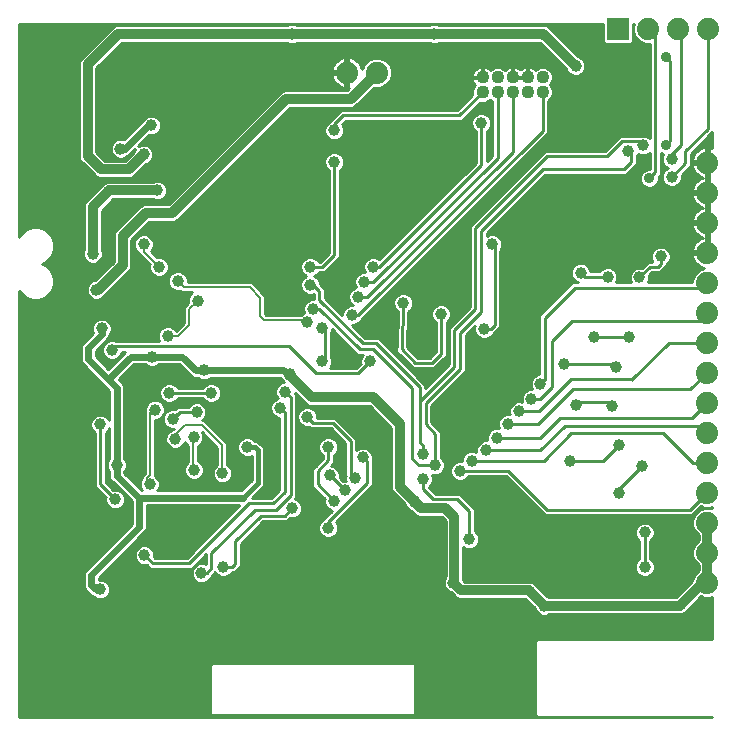
<source format=gbl>
G75*
%MOIN*%
%OFA0B0*%
%FSLAX25Y25*%
%IPPOS*%
%LPD*%
%AMOC8*
5,1,8,0,0,1.08239X$1,22.5*
%
%ADD10C,0.07400*%
%ADD11C,0.04362*%
%ADD12R,0.07400X0.07400*%
%ADD13C,0.03962*%
%ADD14C,0.01000*%
%ADD15C,0.02400*%
%ADD16C,0.03200*%
%ADD17C,0.00700*%
%ADD18C,0.01600*%
%ADD19C,0.03569*%
D10*
X0164300Y0255800D03*
X0174300Y0255800D03*
X0264600Y0270400D03*
X0274600Y0270400D03*
X0284600Y0270400D03*
X0284400Y0225800D03*
X0284400Y0215800D03*
X0284400Y0205800D03*
X0284400Y0195800D03*
X0284400Y0185800D03*
X0284400Y0175800D03*
X0284400Y0165800D03*
X0284400Y0155800D03*
X0284400Y0145800D03*
X0284400Y0135800D03*
X0284400Y0125800D03*
X0284400Y0115800D03*
X0284400Y0105800D03*
X0284400Y0095800D03*
X0284400Y0085800D03*
D11*
X0229500Y0249200D03*
X0229500Y0254200D03*
X0224500Y0254200D03*
X0224500Y0249200D03*
X0219500Y0249200D03*
X0219500Y0254200D03*
X0214500Y0254200D03*
X0214500Y0249200D03*
X0209500Y0249200D03*
X0209500Y0254200D03*
D12*
X0254600Y0270400D03*
D13*
X0240500Y0258000D03*
X0251100Y0254700D03*
X0236800Y0236700D03*
X0258100Y0229500D03*
X0263100Y0231500D03*
X0272600Y0227000D03*
X0272600Y0221000D03*
X0272600Y0213500D03*
X0268900Y0194500D03*
X0261800Y0187500D03*
X0251200Y0187700D03*
X0242200Y0189100D03*
X0246800Y0167500D03*
X0258300Y0167600D03*
X0254100Y0157500D03*
X0252600Y0144500D03*
X0240600Y0145000D03*
X0255100Y0131500D03*
X0262600Y0124500D03*
X0255100Y0115500D03*
X0263600Y0102500D03*
X0272500Y0094000D03*
X0263600Y0091000D03*
X0272600Y0070500D03*
X0230100Y0078100D03*
X0218100Y0077500D03*
X0218100Y0072500D03*
X0218100Y0067500D03*
X0218100Y0062500D03*
X0213100Y0062500D03*
X0208100Y0062500D03*
X0203100Y0062500D03*
X0198100Y0062500D03*
X0200600Y0058000D03*
X0205100Y0055000D03*
X0210100Y0055000D03*
X0215100Y0055000D03*
X0220100Y0055000D03*
X0225100Y0055000D03*
X0225100Y0048100D03*
X0220100Y0048100D03*
X0215100Y0048100D03*
X0210100Y0048100D03*
X0205100Y0048100D03*
X0200100Y0048500D03*
X0196100Y0052500D03*
X0192100Y0056500D03*
X0188600Y0061500D03*
X0184100Y0065500D03*
X0179100Y0065500D03*
X0175100Y0062500D03*
X0170100Y0062500D03*
X0165100Y0062500D03*
X0160100Y0062500D03*
X0155100Y0062500D03*
X0150100Y0062500D03*
X0145100Y0062500D03*
X0140100Y0062500D03*
X0135100Y0062500D03*
X0130100Y0061500D03*
X0130100Y0066500D03*
X0130100Y0071500D03*
X0130100Y0076500D03*
X0130100Y0081500D03*
X0130100Y0086500D03*
X0132100Y0091500D03*
X0137600Y0093500D03*
X0138100Y0099000D03*
X0138600Y0104000D03*
X0144100Y0104500D03*
X0150100Y0105500D03*
X0151600Y0111500D03*
X0146100Y0110500D03*
X0150100Y0117500D03*
X0150100Y0122500D03*
X0150100Y0127500D03*
X0150100Y0132500D03*
X0151100Y0141000D03*
X0158100Y0131000D03*
X0158600Y0121500D03*
X0163600Y0116500D03*
X0160100Y0113000D03*
X0158100Y0104000D03*
X0167100Y0120500D03*
X0169600Y0127500D03*
X0177100Y0125000D03*
X0177100Y0120000D03*
X0177100Y0115000D03*
X0177100Y0109500D03*
X0181100Y0105500D03*
X0186100Y0105500D03*
X0191100Y0105500D03*
X0195100Y0102500D03*
X0195100Y0097500D03*
X0195100Y0092500D03*
X0199800Y0085800D03*
X0195100Y0083000D03*
X0198100Y0079000D03*
X0202900Y0077600D03*
X0208100Y0077500D03*
X0213100Y0077500D03*
X0205100Y0100200D03*
X0186900Y0112800D03*
X0186800Y0112900D03*
X0189700Y0120200D03*
X0193700Y0124900D03*
X0189700Y0128800D03*
X0177100Y0130000D03*
X0202000Y0123000D03*
X0205900Y0126400D03*
X0210700Y0129900D03*
X0214300Y0134100D03*
X0217900Y0138600D03*
X0221700Y0142900D03*
X0225800Y0147000D03*
X0228800Y0152000D03*
X0236600Y0158500D03*
X0210600Y0159900D03*
X0210100Y0170300D03*
X0195700Y0175300D03*
X0183100Y0179000D03*
X0175000Y0170500D03*
X0166100Y0175000D03*
X0168100Y0181000D03*
X0170100Y0186000D03*
X0173100Y0191000D03*
X0152100Y0191000D03*
X0152100Y0185000D03*
X0153100Y0177000D03*
X0151100Y0172500D03*
X0156100Y0170500D03*
X0161100Y0165500D03*
X0156100Y0159500D03*
X0145300Y0155200D03*
X0143700Y0149400D03*
X0142100Y0144000D03*
X0130500Y0138600D03*
X0131100Y0131000D03*
X0122800Y0122200D03*
X0113300Y0123300D03*
X0113200Y0134200D03*
X0107100Y0133700D03*
X0106200Y0140300D03*
X0114200Y0142600D03*
X0119100Y0149000D03*
X0116700Y0156500D03*
X0108100Y0156000D03*
X0103100Y0156000D03*
X0098100Y0156000D03*
X0093100Y0155000D03*
X0099300Y0161100D03*
X0104500Y0168000D03*
X0114500Y0179800D03*
X0107900Y0186300D03*
X0101700Y0191000D03*
X0096600Y0198600D03*
X0079600Y0195400D03*
X0080800Y0183400D03*
X0082600Y0170500D03*
X0086000Y0163300D03*
X0081100Y0149400D03*
X0082500Y0144200D03*
X0077100Y0143500D03*
X0072100Y0143500D03*
X0067100Y0143500D03*
X0061100Y0143500D03*
X0061100Y0138500D03*
X0061100Y0133500D03*
X0061100Y0128500D03*
X0061100Y0123500D03*
X0061100Y0118500D03*
X0061100Y0113500D03*
X0061100Y0108500D03*
X0061100Y0103500D03*
X0061100Y0098500D03*
X0061100Y0093500D03*
X0061100Y0088500D03*
X0061100Y0083500D03*
X0061100Y0078500D03*
X0061100Y0073500D03*
X0061100Y0068500D03*
X0066100Y0068500D03*
X0071100Y0068500D03*
X0076100Y0068500D03*
X0081100Y0068500D03*
X0085100Y0064500D03*
X0089100Y0060500D03*
X0093900Y0056300D03*
X0097600Y0052500D03*
X0101500Y0048800D03*
X0107100Y0048500D03*
X0112100Y0048500D03*
X0117100Y0048500D03*
X0117100Y0055500D03*
X0112100Y0055500D03*
X0107100Y0055500D03*
X0102600Y0057500D03*
X0100100Y0062500D03*
X0105100Y0062500D03*
X0110100Y0062500D03*
X0115100Y0062500D03*
X0120100Y0062500D03*
X0125100Y0062500D03*
X0118000Y0072800D03*
X0115800Y0088900D03*
X0123100Y0091000D03*
X0109600Y0107100D03*
X0098600Y0118600D03*
X0087100Y0113500D03*
X0087600Y0125000D03*
X0093200Y0136700D03*
X0100300Y0143400D03*
X0105100Y0149000D03*
X0082100Y0138500D03*
X0072200Y0134700D03*
X0096800Y0094900D03*
X0082100Y0083500D03*
X0074000Y0051500D03*
X0166100Y0159500D03*
X0172100Y0159500D03*
X0212800Y0198600D03*
X0197200Y0228300D03*
X0209100Y0239000D03*
X0214600Y0262200D03*
X0193400Y0268700D03*
X0160100Y0236500D03*
X0160100Y0226000D03*
X0137100Y0224500D03*
X0101100Y0216500D03*
X0096500Y0228500D03*
X0088800Y0230400D03*
X0099100Y0238200D03*
X0100300Y0260600D03*
X0121700Y0263400D03*
X0146000Y0268600D03*
X0062400Y0265300D03*
X0062400Y0242100D03*
X0062400Y0220300D03*
X0229600Y0098500D03*
X0238600Y0126200D03*
X0250100Y0215500D03*
D14*
X0055000Y0183084D02*
X0055000Y0041000D01*
X0286000Y0041000D01*
X0286000Y0041000D01*
X0227686Y0041000D01*
X0227100Y0041586D01*
X0227100Y0066414D01*
X0227686Y0067000D01*
X0286000Y0067000D01*
X0286000Y0081051D01*
X0285395Y0080800D01*
X0283405Y0080800D01*
X0282413Y0081211D01*
X0276843Y0075641D01*
X0275777Y0075200D01*
X0231673Y0075200D01*
X0230753Y0074819D01*
X0229447Y0074819D01*
X0228241Y0075318D01*
X0227318Y0076241D01*
X0226937Y0077161D01*
X0223799Y0080300D01*
X0201823Y0080300D01*
X0200757Y0080741D01*
X0199941Y0081557D01*
X0198861Y0082637D01*
X0197941Y0083018D01*
X0197018Y0083941D01*
X0196519Y0085147D01*
X0196519Y0086453D01*
X0197018Y0087659D01*
X0197200Y0087840D01*
X0197200Y0106299D01*
X0195899Y0107600D01*
X0188523Y0107600D01*
X0187457Y0108041D01*
X0185791Y0109708D01*
X0185041Y0110018D01*
X0184941Y0110118D01*
X0184941Y0110118D01*
X0184018Y0111041D01*
X0183637Y0111961D01*
X0180357Y0115241D01*
X0179541Y0116057D01*
X0179100Y0117123D01*
X0179100Y0137399D01*
X0171899Y0144600D01*
X0152023Y0144600D01*
X0150957Y0145041D01*
X0150141Y0145857D01*
X0146981Y0149018D01*
X0146981Y0148747D01*
X0146957Y0148689D01*
X0147400Y0148246D01*
X0147400Y0114254D01*
X0146876Y0113730D01*
X0147959Y0113282D01*
X0148882Y0112359D01*
X0149381Y0111153D01*
X0149381Y0109847D01*
X0148882Y0108641D01*
X0147959Y0107718D01*
X0146753Y0107219D01*
X0145447Y0107219D01*
X0145389Y0107243D01*
X0144346Y0106200D01*
X0136346Y0106200D01*
X0128900Y0098754D01*
X0128900Y0091254D01*
X0127846Y0090200D01*
X0126846Y0089200D01*
X0125906Y0089200D01*
X0125882Y0089141D01*
X0124959Y0088218D01*
X0123753Y0087719D01*
X0122447Y0087719D01*
X0121241Y0088218D01*
X0120318Y0089141D01*
X0120309Y0089164D01*
X0119300Y0088154D01*
X0118861Y0087715D01*
X0118582Y0087041D01*
X0117659Y0086118D01*
X0116453Y0085619D01*
X0115147Y0085619D01*
X0113941Y0086118D01*
X0113018Y0087041D01*
X0112519Y0088247D01*
X0112519Y0089553D01*
X0113018Y0090759D01*
X0113941Y0091682D01*
X0115147Y0092181D01*
X0116453Y0092181D01*
X0117300Y0091830D01*
X0117300Y0095254D01*
X0113500Y0091454D01*
X0112446Y0090400D01*
X0098754Y0090400D01*
X0097511Y0091643D01*
X0097453Y0091619D01*
X0096147Y0091619D01*
X0094941Y0092118D01*
X0094018Y0093041D01*
X0093519Y0094247D01*
X0093519Y0095553D01*
X0094018Y0096759D01*
X0094941Y0097682D01*
X0096147Y0098181D01*
X0097453Y0098181D01*
X0098659Y0097682D01*
X0099582Y0096759D01*
X0100081Y0095553D01*
X0100081Y0094247D01*
X0100057Y0094189D01*
X0100246Y0094000D01*
X0110954Y0094000D01*
X0128454Y0111500D01*
X0097500Y0111500D01*
X0097500Y0103903D01*
X0097119Y0102984D01*
X0096416Y0102281D01*
X0081500Y0087364D01*
X0081500Y0086781D01*
X0082753Y0086781D01*
X0083959Y0086282D01*
X0084882Y0085359D01*
X0085381Y0084153D01*
X0085381Y0082847D01*
X0084882Y0081641D01*
X0083959Y0080718D01*
X0082753Y0080219D01*
X0081447Y0080219D01*
X0080241Y0080718D01*
X0079859Y0081101D01*
X0079184Y0081381D01*
X0078481Y0082084D01*
X0076881Y0083684D01*
X0076500Y0084603D01*
X0076500Y0088897D01*
X0076881Y0089816D01*
X0092500Y0105436D01*
X0092500Y0112964D01*
X0086184Y0119281D01*
X0085481Y0119984D01*
X0085100Y0120903D01*
X0085100Y0122860D01*
X0084818Y0123141D01*
X0084319Y0124347D01*
X0084319Y0125653D01*
X0084818Y0126859D01*
X0085100Y0127140D01*
X0085100Y0137169D01*
X0084882Y0136641D01*
X0083959Y0135718D01*
X0083900Y0135694D01*
X0083900Y0119246D01*
X0086389Y0116757D01*
X0086447Y0116781D01*
X0087753Y0116781D01*
X0088959Y0116282D01*
X0089882Y0115359D01*
X0090381Y0114153D01*
X0090381Y0112847D01*
X0089882Y0111641D01*
X0088959Y0110718D01*
X0087753Y0110219D01*
X0086447Y0110219D01*
X0085241Y0110718D01*
X0084318Y0111641D01*
X0083819Y0112847D01*
X0083819Y0114153D01*
X0083843Y0114211D01*
X0081354Y0116700D01*
X0080300Y0117754D01*
X0080300Y0135694D01*
X0080241Y0135718D01*
X0079318Y0136641D01*
X0078819Y0137847D01*
X0078819Y0139153D01*
X0079318Y0140359D01*
X0080241Y0141282D01*
X0081447Y0141781D01*
X0082753Y0141781D01*
X0083959Y0141282D01*
X0084882Y0140359D01*
X0085100Y0139831D01*
X0085100Y0149664D01*
X0083334Y0151431D01*
X0076584Y0158181D01*
X0075881Y0158884D01*
X0075500Y0159803D01*
X0075500Y0164497D01*
X0075881Y0165416D01*
X0079610Y0169145D01*
X0079319Y0169847D01*
X0079319Y0171153D01*
X0079818Y0172359D01*
X0080741Y0173282D01*
X0081947Y0173781D01*
X0083253Y0173781D01*
X0084459Y0173282D01*
X0085382Y0172359D01*
X0085881Y0171153D01*
X0085881Y0169847D01*
X0085382Y0168641D01*
X0085100Y0168360D01*
X0085100Y0168103D01*
X0084719Y0167184D01*
X0080500Y0162964D01*
X0080500Y0161336D01*
X0084750Y0157086D01*
X0090181Y0162516D01*
X0090181Y0162516D01*
X0090364Y0162700D01*
X0089281Y0162700D01*
X0089281Y0162647D01*
X0088782Y0161441D01*
X0087859Y0160518D01*
X0086653Y0160019D01*
X0085347Y0160019D01*
X0084141Y0160518D01*
X0083218Y0161441D01*
X0082719Y0162647D01*
X0082719Y0163953D01*
X0083218Y0165159D01*
X0084141Y0166082D01*
X0085347Y0166581D01*
X0086653Y0166581D01*
X0087331Y0166300D01*
X0101653Y0166300D01*
X0101219Y0167347D01*
X0101219Y0168653D01*
X0101718Y0169859D01*
X0102641Y0170782D01*
X0103847Y0171281D01*
X0105153Y0171281D01*
X0106359Y0170782D01*
X0107282Y0169859D01*
X0107353Y0169686D01*
X0110050Y0172383D01*
X0110050Y0177683D01*
X0111305Y0178939D01*
X0111219Y0179147D01*
X0111219Y0180453D01*
X0111718Y0181659D01*
X0112610Y0182550D01*
X0109317Y0182550D01*
X0108761Y0183105D01*
X0108553Y0183019D01*
X0107247Y0183019D01*
X0106041Y0183518D01*
X0105118Y0184441D01*
X0104619Y0185647D01*
X0104619Y0186953D01*
X0105118Y0188159D01*
X0106041Y0189082D01*
X0107247Y0189581D01*
X0108553Y0189581D01*
X0109759Y0189082D01*
X0110682Y0188159D01*
X0111181Y0186953D01*
X0111181Y0185850D01*
X0132583Y0185850D01*
X0136083Y0182350D01*
X0137050Y0181383D01*
X0137050Y0175283D01*
X0137283Y0175050D01*
X0149010Y0175050D01*
X0149241Y0175282D01*
X0150111Y0175642D01*
X0149819Y0176347D01*
X0149819Y0177653D01*
X0150318Y0178859D01*
X0151241Y0179782D01*
X0152447Y0180281D01*
X0153300Y0180281D01*
X0153300Y0181946D01*
X0152753Y0181719D01*
X0151447Y0181719D01*
X0150241Y0182218D01*
X0149318Y0183141D01*
X0148819Y0184347D01*
X0148819Y0185653D01*
X0149318Y0186859D01*
X0150241Y0187782D01*
X0150769Y0188000D01*
X0150241Y0188218D01*
X0149318Y0189141D01*
X0148819Y0190347D01*
X0148819Y0191653D01*
X0149318Y0192859D01*
X0150241Y0193782D01*
X0151447Y0194281D01*
X0152753Y0194281D01*
X0153959Y0193782D01*
X0154882Y0192859D01*
X0154906Y0192800D01*
X0155354Y0192800D01*
X0158300Y0195746D01*
X0158300Y0223194D01*
X0158241Y0223218D01*
X0157318Y0224141D01*
X0156819Y0225347D01*
X0156819Y0226653D01*
X0157318Y0227859D01*
X0158241Y0228782D01*
X0159447Y0229281D01*
X0160753Y0229281D01*
X0161959Y0228782D01*
X0162882Y0227859D01*
X0163381Y0226653D01*
X0163381Y0225347D01*
X0162882Y0224141D01*
X0161959Y0223218D01*
X0161900Y0223194D01*
X0161900Y0194254D01*
X0156846Y0189200D01*
X0154906Y0189200D01*
X0154882Y0189141D01*
X0153959Y0188218D01*
X0153431Y0188000D01*
X0153959Y0187782D01*
X0154882Y0186859D01*
X0155381Y0185653D01*
X0155381Y0185264D01*
X0155846Y0184800D01*
X0156900Y0183746D01*
X0156900Y0180746D01*
X0162819Y0174827D01*
X0162819Y0175653D01*
X0163318Y0176859D01*
X0164241Y0177782D01*
X0165447Y0178281D01*
X0166179Y0178281D01*
X0165318Y0179141D01*
X0164819Y0180347D01*
X0164819Y0181653D01*
X0165318Y0182859D01*
X0166241Y0183782D01*
X0167288Y0184215D01*
X0166819Y0185347D01*
X0166819Y0186653D01*
X0167318Y0187859D01*
X0168241Y0188782D01*
X0169447Y0189281D01*
X0170261Y0189281D01*
X0169819Y0190347D01*
X0169819Y0191653D01*
X0170318Y0192859D01*
X0171241Y0193782D01*
X0172447Y0194281D01*
X0173753Y0194281D01*
X0174959Y0193782D01*
X0175147Y0193593D01*
X0207300Y0225746D01*
X0207300Y0236194D01*
X0207241Y0236218D01*
X0206318Y0237141D01*
X0205819Y0238347D01*
X0205819Y0239653D01*
X0206318Y0240859D01*
X0207241Y0241782D01*
X0208447Y0242281D01*
X0209753Y0242281D01*
X0210959Y0241782D01*
X0211882Y0240859D01*
X0212381Y0239653D01*
X0212381Y0238347D01*
X0211882Y0237141D01*
X0210959Y0236218D01*
X0210900Y0236194D01*
X0210900Y0226346D01*
X0212700Y0228146D01*
X0212700Y0246178D01*
X0212528Y0246249D01*
X0212000Y0246777D01*
X0211472Y0246249D01*
X0210192Y0245719D01*
X0208808Y0245719D01*
X0208636Y0245790D01*
X0203600Y0240754D01*
X0202546Y0239700D01*
X0163846Y0239700D01*
X0162693Y0238547D01*
X0162882Y0238359D01*
X0163381Y0237153D01*
X0163381Y0235847D01*
X0162882Y0234641D01*
X0161959Y0233718D01*
X0160753Y0233219D01*
X0159447Y0233219D01*
X0158241Y0233718D01*
X0157318Y0234641D01*
X0156819Y0235847D01*
X0156819Y0237153D01*
X0157318Y0238359D01*
X0158241Y0239282D01*
X0158403Y0239348D01*
X0162354Y0243300D01*
X0201054Y0243300D01*
X0206090Y0248336D01*
X0206019Y0248508D01*
X0206019Y0249892D01*
X0206549Y0251172D01*
X0206936Y0251559D01*
X0206641Y0251853D01*
X0206238Y0252456D01*
X0205960Y0253126D01*
X0205819Y0253837D01*
X0205819Y0254109D01*
X0209409Y0254109D01*
X0209409Y0254291D01*
X0209409Y0257881D01*
X0209137Y0257881D01*
X0208426Y0257740D01*
X0207756Y0257462D01*
X0207153Y0257059D01*
X0206641Y0256547D01*
X0206238Y0255944D01*
X0205960Y0255274D01*
X0205819Y0254563D01*
X0205819Y0254291D01*
X0209409Y0254291D01*
X0209591Y0254291D01*
X0209591Y0257881D01*
X0209863Y0257881D01*
X0210574Y0257740D01*
X0211244Y0257462D01*
X0211847Y0257059D01*
X0212141Y0256764D01*
X0212528Y0257151D01*
X0213808Y0257681D01*
X0215192Y0257681D01*
X0216472Y0257151D01*
X0216859Y0256764D01*
X0217153Y0257059D01*
X0217756Y0257462D01*
X0218426Y0257740D01*
X0219137Y0257881D01*
X0219409Y0257881D01*
X0219409Y0254291D01*
X0219591Y0254291D01*
X0223181Y0254291D01*
X0224409Y0254291D01*
X0224409Y0257881D01*
X0224137Y0257881D01*
X0223426Y0257740D01*
X0222756Y0257462D01*
X0222153Y0257059D01*
X0222000Y0256906D01*
X0221847Y0257059D01*
X0221244Y0257462D01*
X0220574Y0257740D01*
X0219863Y0257881D01*
X0219591Y0257881D01*
X0219591Y0254291D01*
X0219591Y0254109D01*
X0224409Y0254109D01*
X0224409Y0254291D01*
X0224591Y0254291D01*
X0224591Y0257881D01*
X0224863Y0257881D01*
X0225574Y0257740D01*
X0226244Y0257462D01*
X0226847Y0257059D01*
X0227141Y0256764D01*
X0227528Y0257151D01*
X0228808Y0257681D01*
X0230192Y0257681D01*
X0231472Y0257151D01*
X0232451Y0256172D01*
X0232981Y0254892D01*
X0232981Y0253508D01*
X0232451Y0252228D01*
X0231923Y0251700D01*
X0232451Y0251172D01*
X0232981Y0249892D01*
X0232981Y0248508D01*
X0232451Y0247228D01*
X0231472Y0246249D01*
X0231300Y0246178D01*
X0231300Y0235654D01*
X0168948Y0173303D01*
X0168882Y0173141D01*
X0167959Y0172218D01*
X0166753Y0171719D01*
X0165927Y0171719D01*
X0170346Y0167300D01*
X0174846Y0167300D01*
X0189346Y0152800D01*
X0190400Y0151746D01*
X0190400Y0150646D01*
X0198300Y0158546D01*
X0198300Y0170746D01*
X0199354Y0171800D01*
X0205300Y0177746D01*
X0205300Y0204746D01*
X0206354Y0205800D01*
X0229300Y0228746D01*
X0229300Y0228746D01*
X0230354Y0229800D01*
X0250354Y0229800D01*
X0254300Y0233746D01*
X0255354Y0234800D01*
X0262346Y0234800D01*
X0262389Y0234757D01*
X0262447Y0234781D01*
X0263753Y0234781D01*
X0264959Y0234282D01*
X0265300Y0233940D01*
X0265300Y0265400D01*
X0263605Y0265400D01*
X0261768Y0266161D01*
X0260361Y0267568D01*
X0259600Y0269405D01*
X0259600Y0271395D01*
X0259851Y0272000D01*
X0259600Y0272000D01*
X0259600Y0266162D01*
X0258838Y0265400D01*
X0250362Y0265400D01*
X0249600Y0266162D01*
X0249600Y0272000D01*
X0055000Y0272000D01*
X0055000Y0201116D01*
X0055183Y0201558D01*
X0056947Y0203322D01*
X0059252Y0204277D01*
X0061748Y0204277D01*
X0064053Y0203322D01*
X0065817Y0201558D01*
X0066772Y0199253D01*
X0066772Y0196758D01*
X0065817Y0194453D01*
X0064053Y0192689D01*
X0062631Y0192100D01*
X0064053Y0191511D01*
X0065817Y0189747D01*
X0066772Y0187442D01*
X0066772Y0184947D01*
X0065817Y0182642D01*
X0064053Y0180878D01*
X0061748Y0179923D01*
X0059252Y0179923D01*
X0056947Y0180878D01*
X0055183Y0182642D01*
X0055000Y0183084D01*
X0055000Y0182283D02*
X0055542Y0182283D01*
X0055000Y0181284D02*
X0056541Y0181284D01*
X0055000Y0180286D02*
X0058377Y0180286D01*
X0055000Y0179287D02*
X0111219Y0179287D01*
X0111219Y0180286D02*
X0081855Y0180286D01*
X0081453Y0180119D02*
X0082659Y0180618D01*
X0083582Y0181541D01*
X0083609Y0181608D01*
X0091143Y0189141D01*
X0091958Y0189957D01*
X0092400Y0191023D01*
X0092400Y0200099D01*
X0098401Y0206100D01*
X0106677Y0206100D01*
X0107743Y0206541D01*
X0108558Y0207357D01*
X0108558Y0207357D01*
X0145301Y0244100D01*
X0166077Y0244100D01*
X0167143Y0244541D01*
X0173401Y0250800D01*
X0175295Y0250800D01*
X0177132Y0251561D01*
X0178539Y0252968D01*
X0179300Y0254805D01*
X0179300Y0256795D01*
X0178539Y0258632D01*
X0177132Y0260039D01*
X0175295Y0260800D01*
X0173305Y0260800D01*
X0171468Y0260039D01*
X0170061Y0258632D01*
X0169378Y0256982D01*
X0169372Y0257018D01*
X0169119Y0257796D01*
X0168747Y0258525D01*
X0168266Y0259188D01*
X0167688Y0259766D01*
X0167025Y0260247D01*
X0166296Y0260619D01*
X0165518Y0260872D01*
X0164800Y0260986D01*
X0164800Y0256300D01*
X0163800Y0256300D01*
X0163800Y0260986D01*
X0163082Y0260872D01*
X0162304Y0260619D01*
X0161575Y0260247D01*
X0160912Y0259766D01*
X0160334Y0259188D01*
X0159853Y0258525D01*
X0159481Y0257796D01*
X0159228Y0257018D01*
X0159114Y0256300D01*
X0163800Y0256300D01*
X0163800Y0255300D01*
X0159114Y0255300D01*
X0159228Y0254582D01*
X0159481Y0253804D01*
X0159853Y0253075D01*
X0160334Y0252412D01*
X0160912Y0251834D01*
X0161575Y0251353D01*
X0162304Y0250981D01*
X0163082Y0250728D01*
X0163800Y0250614D01*
X0163800Y0255300D01*
X0164800Y0255300D01*
X0164800Y0250614D01*
X0165053Y0250654D01*
X0164299Y0249900D01*
X0143523Y0249900D01*
X0142457Y0249458D01*
X0141641Y0248643D01*
X0104899Y0211900D01*
X0096623Y0211900D01*
X0095557Y0211458D01*
X0094741Y0210643D01*
X0087041Y0202943D01*
X0086600Y0201877D01*
X0086600Y0192801D01*
X0080480Y0186681D01*
X0080147Y0186681D01*
X0078941Y0186182D01*
X0078018Y0185259D01*
X0077519Y0184053D01*
X0077519Y0182747D01*
X0078018Y0181541D01*
X0078941Y0180618D01*
X0080147Y0180119D01*
X0081453Y0180119D01*
X0079745Y0180286D02*
X0062623Y0180286D01*
X0064459Y0181284D02*
X0078276Y0181284D01*
X0077711Y0182283D02*
X0065458Y0182283D01*
X0066082Y0183281D02*
X0077519Y0183281D01*
X0077613Y0184280D02*
X0066495Y0184280D01*
X0066772Y0185278D02*
X0078038Y0185278D01*
X0079171Y0186277D02*
X0066772Y0186277D01*
X0066772Y0187275D02*
X0081074Y0187275D01*
X0082073Y0188274D02*
X0066427Y0188274D01*
X0066014Y0189272D02*
X0083071Y0189272D01*
X0084070Y0190271D02*
X0065293Y0190271D01*
X0064295Y0191269D02*
X0085068Y0191269D01*
X0086067Y0192268D02*
X0080612Y0192268D01*
X0080253Y0192119D02*
X0081459Y0192618D01*
X0082382Y0193541D01*
X0082881Y0194747D01*
X0082881Y0196053D01*
X0082500Y0196973D01*
X0082500Y0209799D01*
X0086301Y0213600D01*
X0099527Y0213600D01*
X0100447Y0213219D01*
X0101753Y0213219D01*
X0102959Y0213718D01*
X0103882Y0214641D01*
X0104381Y0215847D01*
X0104381Y0217153D01*
X0103882Y0218359D01*
X0102959Y0219282D01*
X0101753Y0219781D01*
X0100447Y0219781D01*
X0099527Y0219400D01*
X0084523Y0219400D01*
X0083457Y0218958D01*
X0077141Y0212643D01*
X0076700Y0211577D01*
X0076700Y0196973D01*
X0076319Y0196053D01*
X0076319Y0194747D01*
X0076818Y0193541D01*
X0077741Y0192618D01*
X0078947Y0192119D01*
X0080253Y0192119D01*
X0078588Y0192268D02*
X0063036Y0192268D01*
X0064630Y0193266D02*
X0077094Y0193266D01*
X0076519Y0194265D02*
X0065629Y0194265D01*
X0066153Y0195263D02*
X0076319Y0195263D01*
X0076406Y0196262D02*
X0066566Y0196262D01*
X0066772Y0197260D02*
X0076700Y0197260D01*
X0076700Y0198259D02*
X0066772Y0198259D01*
X0066770Y0199257D02*
X0076700Y0199257D01*
X0076700Y0200256D02*
X0066356Y0200256D01*
X0065943Y0201254D02*
X0076700Y0201254D01*
X0076700Y0202253D02*
X0065122Y0202253D01*
X0064124Y0203251D02*
X0076700Y0203251D01*
X0076700Y0204250D02*
X0061813Y0204250D01*
X0059187Y0204250D02*
X0055000Y0204250D01*
X0055000Y0205248D02*
X0076700Y0205248D01*
X0076700Y0206247D02*
X0055000Y0206247D01*
X0055000Y0207245D02*
X0076700Y0207245D01*
X0076700Y0208244D02*
X0055000Y0208244D01*
X0055000Y0209242D02*
X0076700Y0209242D01*
X0076700Y0210241D02*
X0055000Y0210241D01*
X0055000Y0211239D02*
X0076700Y0211239D01*
X0076974Y0212238D02*
X0055000Y0212238D01*
X0055000Y0213237D02*
X0077735Y0213237D01*
X0078734Y0214235D02*
X0055000Y0214235D01*
X0055000Y0215234D02*
X0079732Y0215234D01*
X0080731Y0216232D02*
X0055000Y0216232D01*
X0055000Y0217231D02*
X0081729Y0217231D01*
X0082728Y0218229D02*
X0055000Y0218229D01*
X0055000Y0219228D02*
X0084107Y0219228D01*
X0081823Y0220600D02*
X0092077Y0220600D01*
X0093143Y0221041D01*
X0097439Y0225337D01*
X0098359Y0225718D01*
X0099282Y0226641D01*
X0099781Y0227847D01*
X0099781Y0229153D01*
X0099282Y0230359D01*
X0098359Y0231282D01*
X0097153Y0231781D01*
X0095847Y0231781D01*
X0094771Y0231335D01*
X0098382Y0234946D01*
X0098447Y0234919D01*
X0099753Y0234919D01*
X0100959Y0235418D01*
X0101882Y0236341D01*
X0102381Y0237547D01*
X0102381Y0238853D01*
X0101882Y0240059D01*
X0100959Y0240982D01*
X0099753Y0241481D01*
X0098447Y0241481D01*
X0097241Y0240982D01*
X0096318Y0240059D01*
X0096244Y0239880D01*
X0089872Y0233507D01*
X0089453Y0233681D01*
X0088147Y0233681D01*
X0086941Y0233182D01*
X0086018Y0232259D01*
X0085519Y0231053D01*
X0085519Y0229747D01*
X0086018Y0228541D01*
X0086941Y0227618D01*
X0088147Y0227119D01*
X0089453Y0227119D01*
X0090659Y0227618D01*
X0091041Y0228001D01*
X0091716Y0228281D01*
X0092419Y0228984D01*
X0093665Y0230229D01*
X0093337Y0229439D01*
X0090299Y0226400D01*
X0083601Y0226400D01*
X0080800Y0229201D01*
X0080800Y0257299D01*
X0089201Y0265700D01*
X0144427Y0265700D01*
X0145347Y0265319D01*
X0146653Y0265319D01*
X0147573Y0265700D01*
X0192069Y0265700D01*
X0192747Y0265419D01*
X0194053Y0265419D01*
X0194973Y0265800D01*
X0228599Y0265800D01*
X0237337Y0257061D01*
X0237718Y0256141D01*
X0238641Y0255218D01*
X0239847Y0254719D01*
X0241153Y0254719D01*
X0242359Y0255218D01*
X0243282Y0256141D01*
X0243781Y0257347D01*
X0243781Y0258653D01*
X0243282Y0259859D01*
X0242359Y0260782D01*
X0241439Y0261163D01*
X0231443Y0271158D01*
X0230377Y0271600D01*
X0194973Y0271600D01*
X0194053Y0271981D01*
X0192747Y0271981D01*
X0191586Y0271500D01*
X0147573Y0271500D01*
X0146653Y0271881D01*
X0145347Y0271881D01*
X0144427Y0271500D01*
X0087423Y0271500D01*
X0086357Y0271058D01*
X0085541Y0270243D01*
X0075441Y0260143D01*
X0075000Y0259077D01*
X0075000Y0227423D01*
X0075441Y0226357D01*
X0076257Y0225541D01*
X0076257Y0225541D01*
X0079941Y0221857D01*
X0080757Y0221041D01*
X0081823Y0220600D01*
X0080574Y0221225D02*
X0055000Y0221225D01*
X0055000Y0222223D02*
X0079576Y0222223D01*
X0078577Y0223222D02*
X0055000Y0223222D01*
X0055000Y0224220D02*
X0077579Y0224220D01*
X0076580Y0225219D02*
X0055000Y0225219D01*
X0055000Y0226217D02*
X0075582Y0226217D01*
X0075086Y0227216D02*
X0055000Y0227216D01*
X0055000Y0228214D02*
X0075000Y0228214D01*
X0075000Y0229213D02*
X0055000Y0229213D01*
X0055000Y0230211D02*
X0075000Y0230211D01*
X0075000Y0231210D02*
X0055000Y0231210D01*
X0055000Y0232208D02*
X0075000Y0232208D01*
X0075000Y0233207D02*
X0055000Y0233207D01*
X0055000Y0234205D02*
X0075000Y0234205D01*
X0075000Y0235204D02*
X0055000Y0235204D01*
X0055000Y0236202D02*
X0075000Y0236202D01*
X0075000Y0237201D02*
X0055000Y0237201D01*
X0055000Y0238199D02*
X0075000Y0238199D01*
X0075000Y0239198D02*
X0055000Y0239198D01*
X0055000Y0240196D02*
X0075000Y0240196D01*
X0075000Y0241195D02*
X0055000Y0241195D01*
X0055000Y0242193D02*
X0075000Y0242193D01*
X0075000Y0243192D02*
X0055000Y0243192D01*
X0055000Y0244190D02*
X0075000Y0244190D01*
X0075000Y0245189D02*
X0055000Y0245189D01*
X0055000Y0246187D02*
X0075000Y0246187D01*
X0075000Y0247186D02*
X0055000Y0247186D01*
X0055000Y0248184D02*
X0075000Y0248184D01*
X0075000Y0249183D02*
X0055000Y0249183D01*
X0055000Y0250181D02*
X0075000Y0250181D01*
X0075000Y0251180D02*
X0055000Y0251180D01*
X0055000Y0252178D02*
X0075000Y0252178D01*
X0075000Y0253177D02*
X0055000Y0253177D01*
X0055000Y0254175D02*
X0075000Y0254175D01*
X0075000Y0255174D02*
X0055000Y0255174D01*
X0055000Y0256172D02*
X0075000Y0256172D01*
X0075000Y0257171D02*
X0055000Y0257171D01*
X0055000Y0258170D02*
X0075000Y0258170D01*
X0075038Y0259168D02*
X0055000Y0259168D01*
X0055000Y0260167D02*
X0075465Y0260167D01*
X0076464Y0261165D02*
X0055000Y0261165D01*
X0055000Y0262164D02*
X0077462Y0262164D01*
X0078461Y0263162D02*
X0055000Y0263162D01*
X0055000Y0264161D02*
X0079459Y0264161D01*
X0080458Y0265159D02*
X0055000Y0265159D01*
X0055000Y0266158D02*
X0081456Y0266158D01*
X0082455Y0267156D02*
X0055000Y0267156D01*
X0055000Y0268155D02*
X0083453Y0268155D01*
X0084452Y0269153D02*
X0055000Y0269153D01*
X0055000Y0270152D02*
X0085450Y0270152D01*
X0086579Y0271150D02*
X0055000Y0271150D01*
X0080800Y0257171D02*
X0159278Y0257171D01*
X0159671Y0258170D02*
X0081671Y0258170D01*
X0082669Y0259168D02*
X0160319Y0259168D01*
X0161463Y0260167D02*
X0083668Y0260167D01*
X0084666Y0261165D02*
X0233234Y0261165D01*
X0234232Y0260167D02*
X0176824Y0260167D01*
X0178003Y0259168D02*
X0235231Y0259168D01*
X0236229Y0258170D02*
X0178730Y0258170D01*
X0179144Y0257171D02*
X0207321Y0257171D01*
X0206391Y0256172D02*
X0179300Y0256172D01*
X0179300Y0255174D02*
X0205941Y0255174D01*
X0205950Y0253177D02*
X0178625Y0253177D01*
X0179039Y0254175D02*
X0209409Y0254175D01*
X0209409Y0255174D02*
X0209591Y0255174D01*
X0209591Y0256172D02*
X0209409Y0256172D01*
X0209409Y0257171D02*
X0209591Y0257171D01*
X0211679Y0257171D02*
X0212576Y0257171D01*
X0216424Y0257171D02*
X0217321Y0257171D01*
X0219409Y0257171D02*
X0219591Y0257171D01*
X0219591Y0256172D02*
X0219409Y0256172D01*
X0219409Y0255174D02*
X0219591Y0255174D01*
X0219591Y0254175D02*
X0224409Y0254175D01*
X0224409Y0255174D02*
X0224591Y0255174D01*
X0224591Y0256172D02*
X0224409Y0256172D01*
X0224409Y0257171D02*
X0224591Y0257171D01*
X0226679Y0257171D02*
X0227576Y0257171D01*
X0231424Y0257171D02*
X0237228Y0257171D01*
X0237706Y0256172D02*
X0232451Y0256172D01*
X0232864Y0255174D02*
X0238749Y0255174D01*
X0242251Y0255174D02*
X0265300Y0255174D01*
X0265300Y0256172D02*
X0243294Y0256172D01*
X0243708Y0257171D02*
X0265300Y0257171D01*
X0265300Y0258170D02*
X0243781Y0258170D01*
X0243568Y0259168D02*
X0265300Y0259168D01*
X0265300Y0260167D02*
X0242974Y0260167D01*
X0241436Y0261165D02*
X0265300Y0261165D01*
X0265300Y0262164D02*
X0240438Y0262164D01*
X0239439Y0263162D02*
X0265300Y0263162D01*
X0265300Y0264161D02*
X0238441Y0264161D01*
X0237442Y0265159D02*
X0265300Y0265159D01*
X0267100Y0267900D02*
X0264600Y0270400D01*
X0267100Y0267900D02*
X0267100Y0222500D01*
X0265100Y0220500D01*
X0267911Y0219228D02*
X0269783Y0219228D01*
X0269818Y0219141D02*
X0270741Y0218218D01*
X0271947Y0217719D01*
X0273253Y0217719D01*
X0274459Y0218218D01*
X0275382Y0219141D01*
X0275881Y0220347D01*
X0275881Y0221653D01*
X0275857Y0221711D01*
X0277846Y0223700D01*
X0278900Y0224754D01*
X0278900Y0228754D01*
X0285346Y0235200D01*
X0286000Y0235854D01*
X0286000Y0230748D01*
X0285618Y0230872D01*
X0284900Y0230986D01*
X0284900Y0226300D01*
X0283900Y0226300D01*
X0283900Y0230986D01*
X0283182Y0230872D01*
X0282404Y0230619D01*
X0281675Y0230247D01*
X0281012Y0229766D01*
X0280434Y0229188D01*
X0279953Y0228525D01*
X0279581Y0227796D01*
X0279328Y0227018D01*
X0279214Y0226300D01*
X0283900Y0226300D01*
X0283900Y0225300D01*
X0284900Y0225300D01*
X0284900Y0216300D01*
X0283900Y0216300D01*
X0283900Y0220986D01*
X0283900Y0225300D01*
X0279214Y0225300D01*
X0279328Y0224582D01*
X0279581Y0223804D01*
X0279953Y0223075D01*
X0280434Y0222412D01*
X0281012Y0221834D01*
X0281675Y0221353D01*
X0282404Y0220981D01*
X0282961Y0220800D01*
X0282404Y0220619D01*
X0281675Y0220247D01*
X0281012Y0219766D01*
X0280434Y0219188D01*
X0279953Y0218525D01*
X0279581Y0217796D01*
X0279328Y0217018D01*
X0279214Y0216300D01*
X0283900Y0216300D01*
X0283900Y0215300D01*
X0284900Y0215300D01*
X0284900Y0206300D01*
X0283900Y0206300D01*
X0283900Y0210986D01*
X0283900Y0215300D01*
X0279214Y0215300D01*
X0279328Y0214582D01*
X0279581Y0213804D01*
X0279953Y0213075D01*
X0280434Y0212412D01*
X0281012Y0211834D01*
X0281675Y0211353D01*
X0282404Y0210981D01*
X0282961Y0210800D01*
X0282404Y0210619D01*
X0281675Y0210247D01*
X0281012Y0209766D01*
X0280434Y0209188D01*
X0279953Y0208525D01*
X0279581Y0207796D01*
X0279328Y0207018D01*
X0279214Y0206300D01*
X0283900Y0206300D01*
X0283900Y0205300D01*
X0284900Y0205300D01*
X0284900Y0196300D01*
X0283900Y0196300D01*
X0283900Y0200986D01*
X0283900Y0205300D01*
X0279214Y0205300D01*
X0279328Y0204582D01*
X0279581Y0203804D01*
X0279953Y0203075D01*
X0280434Y0202412D01*
X0281012Y0201834D01*
X0281675Y0201353D01*
X0282404Y0200981D01*
X0282961Y0200800D01*
X0282404Y0200619D01*
X0281675Y0200247D01*
X0281012Y0199766D01*
X0280434Y0199188D01*
X0279953Y0198525D01*
X0279581Y0197796D01*
X0279328Y0197018D01*
X0279214Y0196300D01*
X0283900Y0196300D01*
X0283900Y0195300D01*
X0279214Y0195300D01*
X0279328Y0194582D01*
X0279581Y0193804D01*
X0279953Y0193075D01*
X0280434Y0192412D01*
X0281012Y0191834D01*
X0281675Y0191353D01*
X0282404Y0190981D01*
X0283182Y0190728D01*
X0283218Y0190722D01*
X0281568Y0190039D01*
X0280161Y0188632D01*
X0279400Y0186795D01*
X0279400Y0185900D01*
X0264689Y0185900D01*
X0265081Y0186847D01*
X0265081Y0188153D01*
X0265057Y0188211D01*
X0266046Y0189200D01*
X0268646Y0189200D01*
X0269646Y0190200D01*
X0270700Y0191254D01*
X0270700Y0191694D01*
X0270759Y0191718D01*
X0271682Y0192641D01*
X0272181Y0193847D01*
X0272181Y0195153D01*
X0271682Y0196359D01*
X0270759Y0197282D01*
X0269553Y0197781D01*
X0268247Y0197781D01*
X0267041Y0197282D01*
X0266118Y0196359D01*
X0265619Y0195153D01*
X0265619Y0193847D01*
X0266053Y0192800D01*
X0264554Y0192800D01*
X0263500Y0191746D01*
X0262511Y0190757D01*
X0262453Y0190781D01*
X0261147Y0190781D01*
X0259941Y0190282D01*
X0259018Y0189359D01*
X0258519Y0188153D01*
X0258519Y0186847D01*
X0258911Y0185900D01*
X0254006Y0185900D01*
X0254481Y0187047D01*
X0254481Y0188353D01*
X0253982Y0189559D01*
X0253059Y0190482D01*
X0251853Y0190981D01*
X0250547Y0190981D01*
X0249341Y0190482D01*
X0248418Y0189559D01*
X0248394Y0189500D01*
X0245481Y0189500D01*
X0245481Y0189753D01*
X0244982Y0190959D01*
X0244059Y0191882D01*
X0242853Y0192381D01*
X0241547Y0192381D01*
X0240341Y0191882D01*
X0239418Y0190959D01*
X0238919Y0189753D01*
X0238919Y0188447D01*
X0239418Y0187241D01*
X0240341Y0186318D01*
X0241352Y0185900D01*
X0239454Y0185900D01*
X0229454Y0175900D01*
X0228400Y0174846D01*
X0228400Y0155281D01*
X0228147Y0155281D01*
X0226941Y0154782D01*
X0226018Y0153859D01*
X0225519Y0152653D01*
X0225519Y0151347D01*
X0225961Y0150281D01*
X0225147Y0150281D01*
X0223941Y0149782D01*
X0223018Y0148859D01*
X0222519Y0147653D01*
X0222519Y0146347D01*
X0222636Y0146064D01*
X0222353Y0146181D01*
X0221047Y0146181D01*
X0219841Y0145682D01*
X0218918Y0144759D01*
X0218419Y0143553D01*
X0218419Y0142247D01*
X0218574Y0141872D01*
X0218553Y0141881D01*
X0217247Y0141881D01*
X0216041Y0141382D01*
X0215118Y0140459D01*
X0214619Y0139253D01*
X0214619Y0137947D01*
X0214853Y0137381D01*
X0213647Y0137381D01*
X0212441Y0136882D01*
X0211518Y0135959D01*
X0211019Y0134753D01*
X0211019Y0133447D01*
X0211129Y0133181D01*
X0210047Y0133181D01*
X0208841Y0132682D01*
X0207918Y0131759D01*
X0207419Y0130553D01*
X0207419Y0129322D01*
X0206553Y0129681D01*
X0205247Y0129681D01*
X0204041Y0129182D01*
X0203118Y0128259D01*
X0202619Y0127053D01*
X0202619Y0126281D01*
X0201347Y0126281D01*
X0200141Y0125782D01*
X0199218Y0124859D01*
X0198719Y0123653D01*
X0198719Y0122347D01*
X0199218Y0121141D01*
X0200141Y0120218D01*
X0201347Y0119719D01*
X0202653Y0119719D01*
X0203859Y0120218D01*
X0204782Y0121141D01*
X0204806Y0121200D01*
X0217354Y0121200D01*
X0230354Y0108200D01*
X0279346Y0108200D01*
X0280400Y0109254D01*
X0282373Y0111228D01*
X0283405Y0110800D01*
X0281568Y0110039D01*
X0280161Y0108632D01*
X0279400Y0106795D01*
X0279400Y0104805D01*
X0280161Y0102968D01*
X0281500Y0101629D01*
X0281500Y0099971D01*
X0280161Y0098632D01*
X0279400Y0096795D01*
X0279400Y0094805D01*
X0280161Y0092968D01*
X0281500Y0091629D01*
X0281500Y0089971D01*
X0280161Y0088632D01*
X0279400Y0086795D01*
X0279400Y0086401D01*
X0273999Y0081000D01*
X0231673Y0081000D01*
X0231039Y0081263D01*
X0226643Y0085658D01*
X0225577Y0086100D01*
X0203601Y0086100D01*
X0203000Y0086701D01*
X0203000Y0097660D01*
X0203241Y0097418D01*
X0204447Y0096919D01*
X0205753Y0096919D01*
X0206959Y0097418D01*
X0207882Y0098341D01*
X0208381Y0099547D01*
X0208381Y0100853D01*
X0207882Y0102059D01*
X0206959Y0102982D01*
X0206900Y0103006D01*
X0206900Y0110246D01*
X0205846Y0111300D01*
X0201846Y0115300D01*
X0193846Y0115300D01*
X0191643Y0117503D01*
X0192482Y0118341D01*
X0192981Y0119547D01*
X0192981Y0120853D01*
X0192584Y0121811D01*
X0193047Y0121619D01*
X0194353Y0121619D01*
X0195559Y0122118D01*
X0196482Y0123041D01*
X0196981Y0124247D01*
X0196981Y0125553D01*
X0196482Y0126759D01*
X0195559Y0127682D01*
X0195500Y0127706D01*
X0195500Y0136146D01*
X0194446Y0137200D01*
X0192400Y0139246D01*
X0192400Y0144754D01*
X0203900Y0156254D01*
X0203900Y0168254D01*
X0206975Y0171329D01*
X0206819Y0170953D01*
X0206819Y0169647D01*
X0207318Y0168441D01*
X0208241Y0167518D01*
X0209447Y0167019D01*
X0210753Y0167019D01*
X0211959Y0167518D01*
X0212882Y0168441D01*
X0212906Y0168500D01*
X0212946Y0168500D01*
X0215300Y0170854D01*
X0215300Y0196460D01*
X0215582Y0196741D01*
X0216081Y0197947D01*
X0216081Y0199253D01*
X0215582Y0200459D01*
X0214659Y0201382D01*
X0213453Y0201881D01*
X0212147Y0201881D01*
X0210941Y0201382D01*
X0210900Y0201340D01*
X0210900Y0202254D01*
X0230346Y0221700D01*
X0257346Y0221700D01*
X0260900Y0225254D01*
X0260900Y0227686D01*
X0261315Y0228688D01*
X0262447Y0228219D01*
X0263753Y0228219D01*
X0264959Y0228718D01*
X0265300Y0229060D01*
X0265300Y0223584D01*
X0264486Y0223584D01*
X0263353Y0223115D01*
X0262485Y0222247D01*
X0262016Y0221113D01*
X0262016Y0219886D01*
X0262485Y0218753D01*
X0263353Y0217885D01*
X0264486Y0217416D01*
X0265713Y0217416D01*
X0266847Y0217885D01*
X0267715Y0218753D01*
X0268184Y0219886D01*
X0268184Y0221039D01*
X0268900Y0221754D01*
X0268900Y0228866D01*
X0269686Y0228540D01*
X0269319Y0227653D01*
X0269319Y0226347D01*
X0269818Y0225141D01*
X0270741Y0224218D01*
X0271269Y0224000D01*
X0270741Y0223782D01*
X0269818Y0222859D01*
X0269319Y0221653D01*
X0269319Y0220347D01*
X0269818Y0219141D01*
X0269369Y0220226D02*
X0268184Y0220226D01*
X0268370Y0221225D02*
X0269319Y0221225D01*
X0269555Y0222223D02*
X0268900Y0222223D01*
X0268900Y0223222D02*
X0270181Y0223222D01*
X0270740Y0224220D02*
X0268900Y0224220D01*
X0268900Y0225219D02*
X0269786Y0225219D01*
X0269373Y0226217D02*
X0268900Y0226217D01*
X0268900Y0227216D02*
X0269319Y0227216D01*
X0269552Y0228214D02*
X0268900Y0228214D01*
X0265300Y0228214D02*
X0261119Y0228214D01*
X0260900Y0227216D02*
X0265300Y0227216D01*
X0265300Y0226217D02*
X0260900Y0226217D01*
X0260864Y0225219D02*
X0265300Y0225219D01*
X0265300Y0224220D02*
X0259866Y0224220D01*
X0258867Y0223222D02*
X0263611Y0223222D01*
X0262475Y0222223D02*
X0257869Y0222223D01*
X0256600Y0223500D02*
X0259100Y0226000D01*
X0259100Y0228500D01*
X0258100Y0229500D01*
X0256100Y0233000D02*
X0261600Y0233000D01*
X0263100Y0231500D01*
X0265035Y0234205D02*
X0265300Y0234205D01*
X0265300Y0235204D02*
X0230849Y0235204D01*
X0231300Y0236202D02*
X0265300Y0236202D01*
X0265300Y0237201D02*
X0231300Y0237201D01*
X0231300Y0238199D02*
X0265300Y0238199D01*
X0265300Y0239198D02*
X0231300Y0239198D01*
X0231300Y0240196D02*
X0265300Y0240196D01*
X0265300Y0241195D02*
X0231300Y0241195D01*
X0231300Y0242193D02*
X0265300Y0242193D01*
X0265300Y0243192D02*
X0231300Y0243192D01*
X0231300Y0244190D02*
X0265300Y0244190D01*
X0265300Y0245189D02*
X0231300Y0245189D01*
X0231323Y0246187D02*
X0265300Y0246187D01*
X0265300Y0247186D02*
X0232409Y0247186D01*
X0232847Y0248184D02*
X0265300Y0248184D01*
X0265300Y0249183D02*
X0232981Y0249183D01*
X0232861Y0250181D02*
X0265300Y0250181D01*
X0265300Y0251180D02*
X0232443Y0251180D01*
X0232401Y0252178D02*
X0265300Y0252178D01*
X0265300Y0253177D02*
X0232844Y0253177D01*
X0232981Y0254175D02*
X0265300Y0254175D01*
X0272100Y0259500D02*
X0270600Y0261000D01*
X0272100Y0259500D02*
X0272100Y0233000D01*
X0270600Y0231500D01*
X0272600Y0228500D02*
X0275600Y0231500D01*
X0275600Y0269400D01*
X0274600Y0270400D01*
X0284600Y0270400D02*
X0284600Y0237000D01*
X0277100Y0229500D01*
X0277100Y0225500D01*
X0272600Y0221000D01*
X0275881Y0221225D02*
X0281926Y0221225D01*
X0281645Y0220226D02*
X0275831Y0220226D01*
X0275417Y0219228D02*
X0280474Y0219228D01*
X0279802Y0218229D02*
X0274469Y0218229D01*
X0270731Y0218229D02*
X0267191Y0218229D01*
X0263009Y0218229D02*
X0226875Y0218229D01*
X0227873Y0219228D02*
X0262289Y0219228D01*
X0262016Y0220226D02*
X0228872Y0220226D01*
X0229870Y0221225D02*
X0262062Y0221225D01*
X0256600Y0223500D02*
X0229600Y0223500D01*
X0209100Y0203000D01*
X0209100Y0176000D01*
X0202100Y0169000D01*
X0202100Y0157000D01*
X0190600Y0145500D01*
X0190600Y0138500D01*
X0193700Y0135400D01*
X0193700Y0124900D01*
X0188300Y0124900D01*
X0186100Y0127100D01*
X0186100Y0150500D01*
X0173100Y0163500D01*
X0168600Y0163500D01*
X0155100Y0177000D01*
X0153100Y0177000D01*
X0150082Y0178289D02*
X0137050Y0178289D01*
X0137050Y0179287D02*
X0150747Y0179287D01*
X0149819Y0177290D02*
X0137050Y0177290D01*
X0137050Y0176292D02*
X0149842Y0176292D01*
X0149269Y0175293D02*
X0137050Y0175293D01*
X0137050Y0180286D02*
X0153300Y0180286D01*
X0153300Y0181284D02*
X0137050Y0181284D01*
X0136151Y0182283D02*
X0150177Y0182283D01*
X0149261Y0183281D02*
X0135152Y0183281D01*
X0134154Y0184280D02*
X0148847Y0184280D01*
X0148819Y0185278D02*
X0133155Y0185278D01*
X0149077Y0186277D02*
X0111181Y0186277D01*
X0111047Y0187275D02*
X0149735Y0187275D01*
X0150186Y0188274D02*
X0110566Y0188274D01*
X0109298Y0189272D02*
X0149264Y0189272D01*
X0148851Y0190271D02*
X0104949Y0190271D01*
X0104981Y0190347D02*
X0104482Y0189141D01*
X0103559Y0188218D01*
X0102353Y0187719D01*
X0101047Y0187719D01*
X0099841Y0188218D01*
X0098918Y0189141D01*
X0098419Y0190347D01*
X0098419Y0191653D01*
X0098505Y0191861D01*
X0095917Y0194450D01*
X0095917Y0194450D01*
X0094950Y0195417D01*
X0094950Y0195732D01*
X0094741Y0195818D01*
X0093818Y0196741D01*
X0093319Y0197947D01*
X0093319Y0199253D01*
X0093818Y0200459D01*
X0094741Y0201382D01*
X0095947Y0201881D01*
X0097253Y0201881D01*
X0098459Y0201382D01*
X0099382Y0200459D01*
X0099881Y0199253D01*
X0099881Y0197947D01*
X0099382Y0196741D01*
X0098837Y0196197D01*
X0100839Y0194195D01*
X0101047Y0194281D01*
X0102353Y0194281D01*
X0103559Y0193782D01*
X0104482Y0192859D01*
X0104981Y0191653D01*
X0104981Y0190347D01*
X0104981Y0191269D02*
X0148819Y0191269D01*
X0149074Y0192268D02*
X0104726Y0192268D01*
X0104074Y0193266D02*
X0149726Y0193266D01*
X0151408Y0194265D02*
X0102392Y0194265D01*
X0101008Y0194265D02*
X0100769Y0194265D01*
X0099770Y0195263D02*
X0157818Y0195263D01*
X0158300Y0196262D02*
X0098902Y0196262D01*
X0099597Y0197260D02*
X0158300Y0197260D01*
X0158300Y0198259D02*
X0099881Y0198259D01*
X0099879Y0199257D02*
X0158300Y0199257D01*
X0158300Y0200256D02*
X0099466Y0200256D01*
X0098586Y0201254D02*
X0158300Y0201254D01*
X0158300Y0202253D02*
X0094554Y0202253D01*
X0094614Y0201254D02*
X0093556Y0201254D01*
X0093734Y0200256D02*
X0092557Y0200256D01*
X0092400Y0199257D02*
X0093321Y0199257D01*
X0093319Y0198259D02*
X0092400Y0198259D01*
X0092400Y0197260D02*
X0093603Y0197260D01*
X0094298Y0196262D02*
X0092400Y0196262D01*
X0092400Y0195263D02*
X0095103Y0195263D01*
X0096102Y0194265D02*
X0092400Y0194265D01*
X0092400Y0193266D02*
X0097100Y0193266D01*
X0098099Y0192268D02*
X0092400Y0192268D01*
X0092400Y0191269D02*
X0098419Y0191269D01*
X0098451Y0190271D02*
X0092088Y0190271D01*
X0091273Y0189272D02*
X0098864Y0189272D01*
X0099786Y0188274D02*
X0090275Y0188274D01*
X0089276Y0187275D02*
X0104753Y0187275D01*
X0104619Y0186277D02*
X0088278Y0186277D01*
X0087279Y0185278D02*
X0104772Y0185278D01*
X0105280Y0184280D02*
X0086281Y0184280D01*
X0085282Y0183281D02*
X0106614Y0183281D01*
X0105234Y0188274D02*
X0103614Y0188274D01*
X0104536Y0189272D02*
X0106502Y0189272D01*
X0112342Y0182283D02*
X0084284Y0182283D01*
X0083324Y0181284D02*
X0111563Y0181284D01*
X0110655Y0178289D02*
X0055000Y0178289D01*
X0055000Y0177290D02*
X0110050Y0177290D01*
X0110050Y0176292D02*
X0055000Y0176292D01*
X0055000Y0175293D02*
X0110050Y0175293D01*
X0110050Y0174295D02*
X0055000Y0174295D01*
X0055000Y0173296D02*
X0080776Y0173296D01*
X0079793Y0172298D02*
X0055000Y0172298D01*
X0055000Y0171299D02*
X0079380Y0171299D01*
X0079319Y0170301D02*
X0055000Y0170301D01*
X0055000Y0169302D02*
X0079545Y0169302D01*
X0078768Y0168303D02*
X0055000Y0168303D01*
X0055000Y0167305D02*
X0077769Y0167305D01*
X0076771Y0166306D02*
X0055000Y0166306D01*
X0055000Y0165308D02*
X0075836Y0165308D01*
X0075500Y0164309D02*
X0055000Y0164309D01*
X0055000Y0163311D02*
X0075500Y0163311D01*
X0075500Y0162312D02*
X0055000Y0162312D01*
X0055000Y0161314D02*
X0075500Y0161314D01*
X0075500Y0160315D02*
X0055000Y0160315D01*
X0055000Y0159317D02*
X0075701Y0159317D01*
X0076446Y0158318D02*
X0055000Y0158318D01*
X0055000Y0157320D02*
X0077445Y0157320D01*
X0078443Y0156321D02*
X0055000Y0156321D01*
X0055000Y0155323D02*
X0079442Y0155323D01*
X0080440Y0154324D02*
X0055000Y0154324D01*
X0055000Y0153326D02*
X0081439Y0153326D01*
X0082437Y0152327D02*
X0055000Y0152327D01*
X0055000Y0151329D02*
X0083436Y0151329D01*
X0084434Y0150330D02*
X0055000Y0150330D01*
X0055000Y0149332D02*
X0085100Y0149332D01*
X0085100Y0148333D02*
X0055000Y0148333D01*
X0055000Y0147335D02*
X0085100Y0147335D01*
X0085100Y0146336D02*
X0055000Y0146336D01*
X0055000Y0145338D02*
X0085100Y0145338D01*
X0085100Y0144339D02*
X0055000Y0144339D01*
X0055000Y0143341D02*
X0085100Y0143341D01*
X0085100Y0142342D02*
X0055000Y0142342D01*
X0055000Y0141344D02*
X0080391Y0141344D01*
X0079313Y0140345D02*
X0055000Y0140345D01*
X0055000Y0139347D02*
X0078899Y0139347D01*
X0078819Y0138348D02*
X0055000Y0138348D01*
X0055000Y0137350D02*
X0079025Y0137350D01*
X0079609Y0136351D02*
X0055000Y0136351D01*
X0055000Y0135353D02*
X0080300Y0135353D01*
X0080300Y0134354D02*
X0055000Y0134354D01*
X0055000Y0133356D02*
X0080300Y0133356D01*
X0080300Y0132357D02*
X0055000Y0132357D01*
X0055000Y0131359D02*
X0080300Y0131359D01*
X0080300Y0130360D02*
X0055000Y0130360D01*
X0055000Y0129362D02*
X0080300Y0129362D01*
X0080300Y0128363D02*
X0055000Y0128363D01*
X0055000Y0127365D02*
X0080300Y0127365D01*
X0080300Y0126366D02*
X0055000Y0126366D01*
X0055000Y0125368D02*
X0080300Y0125368D01*
X0080300Y0124369D02*
X0055000Y0124369D01*
X0055000Y0123370D02*
X0080300Y0123370D01*
X0080300Y0122372D02*
X0055000Y0122372D01*
X0055000Y0121373D02*
X0080300Y0121373D01*
X0080300Y0120375D02*
X0055000Y0120375D01*
X0055000Y0119376D02*
X0080300Y0119376D01*
X0080300Y0118378D02*
X0055000Y0118378D01*
X0055000Y0117379D02*
X0080675Y0117379D01*
X0081673Y0116381D02*
X0055000Y0116381D01*
X0055000Y0115382D02*
X0082672Y0115382D01*
X0083671Y0114384D02*
X0055000Y0114384D01*
X0055000Y0113385D02*
X0083819Y0113385D01*
X0084010Y0112387D02*
X0055000Y0112387D01*
X0055000Y0111388D02*
X0084571Y0111388D01*
X0086035Y0110390D02*
X0055000Y0110390D01*
X0055000Y0109391D02*
X0092500Y0109391D01*
X0092500Y0108393D02*
X0055000Y0108393D01*
X0055000Y0107394D02*
X0092500Y0107394D01*
X0092500Y0106396D02*
X0055000Y0106396D01*
X0055000Y0105397D02*
X0092462Y0105397D01*
X0091463Y0104399D02*
X0055000Y0104399D01*
X0055000Y0103400D02*
X0090465Y0103400D01*
X0089466Y0102402D02*
X0055000Y0102402D01*
X0055000Y0101403D02*
X0088468Y0101403D01*
X0087469Y0100405D02*
X0055000Y0100405D01*
X0055000Y0099406D02*
X0086471Y0099406D01*
X0085472Y0098408D02*
X0055000Y0098408D01*
X0055000Y0097409D02*
X0084474Y0097409D01*
X0083475Y0096411D02*
X0055000Y0096411D01*
X0055000Y0095412D02*
X0082477Y0095412D01*
X0081478Y0094414D02*
X0055000Y0094414D01*
X0055000Y0093415D02*
X0080480Y0093415D01*
X0079481Y0092417D02*
X0055000Y0092417D01*
X0055000Y0091418D02*
X0078483Y0091418D01*
X0077484Y0090420D02*
X0055000Y0090420D01*
X0055000Y0089421D02*
X0076717Y0089421D01*
X0076500Y0088423D02*
X0055000Y0088423D01*
X0055000Y0087424D02*
X0076500Y0087424D01*
X0076500Y0086426D02*
X0055000Y0086426D01*
X0055000Y0085427D02*
X0076500Y0085427D01*
X0076572Y0084429D02*
X0055000Y0084429D01*
X0055000Y0083430D02*
X0077134Y0083430D01*
X0078133Y0082432D02*
X0055000Y0082432D01*
X0055000Y0081433D02*
X0079131Y0081433D01*
X0080927Y0080434D02*
X0055000Y0080434D01*
X0055000Y0079436D02*
X0224663Y0079436D01*
X0225661Y0078437D02*
X0055000Y0078437D01*
X0055000Y0077439D02*
X0226660Y0077439D01*
X0227236Y0076440D02*
X0055000Y0076440D01*
X0055000Y0075442D02*
X0228118Y0075442D01*
X0230868Y0081433D02*
X0274432Y0081433D01*
X0275430Y0082432D02*
X0229870Y0082432D01*
X0228871Y0083430D02*
X0276429Y0083430D01*
X0277427Y0084429D02*
X0227873Y0084429D01*
X0226874Y0085427D02*
X0278426Y0085427D01*
X0279400Y0086426D02*
X0203276Y0086426D01*
X0203000Y0087424D02*
X0279661Y0087424D01*
X0280074Y0088423D02*
X0265663Y0088423D01*
X0265459Y0088218D02*
X0266382Y0089141D01*
X0266881Y0090347D01*
X0266881Y0091653D01*
X0266382Y0092859D01*
X0265459Y0093782D01*
X0265400Y0093806D01*
X0265400Y0099694D01*
X0265459Y0099718D01*
X0266382Y0100641D01*
X0266881Y0101847D01*
X0266881Y0103153D01*
X0266382Y0104359D01*
X0265459Y0105282D01*
X0264253Y0105781D01*
X0262947Y0105781D01*
X0261741Y0105282D01*
X0260818Y0104359D01*
X0260319Y0103153D01*
X0260319Y0101847D01*
X0260818Y0100641D01*
X0261741Y0099718D01*
X0261800Y0099694D01*
X0261800Y0093806D01*
X0261741Y0093782D01*
X0260818Y0092859D01*
X0260319Y0091653D01*
X0260319Y0090347D01*
X0260818Y0089141D01*
X0261741Y0088218D01*
X0262947Y0087719D01*
X0264253Y0087719D01*
X0265459Y0088218D01*
X0266497Y0089421D02*
X0280950Y0089421D01*
X0281500Y0090420D02*
X0266881Y0090420D01*
X0266881Y0091418D02*
X0281500Y0091418D01*
X0280712Y0092417D02*
X0266565Y0092417D01*
X0265825Y0093415D02*
X0279976Y0093415D01*
X0279562Y0094414D02*
X0265400Y0094414D01*
X0265400Y0095412D02*
X0279400Y0095412D01*
X0279400Y0096411D02*
X0265400Y0096411D01*
X0265400Y0097409D02*
X0279655Y0097409D01*
X0280068Y0098408D02*
X0265400Y0098408D01*
X0265400Y0099406D02*
X0280935Y0099406D01*
X0281500Y0100405D02*
X0266145Y0100405D01*
X0266697Y0101403D02*
X0281500Y0101403D01*
X0280727Y0102402D02*
X0266881Y0102402D01*
X0266779Y0103400D02*
X0279982Y0103400D01*
X0279568Y0104399D02*
X0266341Y0104399D01*
X0265179Y0105397D02*
X0279400Y0105397D01*
X0279400Y0106396D02*
X0206900Y0106396D01*
X0206900Y0107394D02*
X0279648Y0107394D01*
X0279538Y0108393D02*
X0280062Y0108393D01*
X0280537Y0109391D02*
X0280920Y0109391D01*
X0281535Y0110390D02*
X0282415Y0110390D01*
X0283405Y0110800D02*
X0285395Y0110800D01*
X0286000Y0110549D01*
X0286000Y0111051D01*
X0285395Y0110800D01*
X0283405Y0110800D01*
X0278600Y0110000D02*
X0284400Y0115800D01*
X0278600Y0110000D02*
X0231100Y0110000D01*
X0218100Y0123000D01*
X0202000Y0123000D01*
X0199727Y0125368D02*
X0196981Y0125368D01*
X0196981Y0124369D02*
X0199016Y0124369D01*
X0198719Y0123370D02*
X0196618Y0123370D01*
X0195812Y0122372D02*
X0198719Y0122372D01*
X0199122Y0121373D02*
X0192765Y0121373D01*
X0192981Y0120375D02*
X0199985Y0120375D01*
X0204015Y0120375D02*
X0218179Y0120375D01*
X0219178Y0119376D02*
X0192910Y0119376D01*
X0192497Y0118378D02*
X0220176Y0118378D01*
X0221175Y0117379D02*
X0191766Y0117379D01*
X0192765Y0116381D02*
X0222173Y0116381D01*
X0223172Y0115382D02*
X0193763Y0115382D01*
X0193100Y0113500D02*
X0201100Y0113500D01*
X0205100Y0109500D01*
X0205100Y0100200D01*
X0208153Y0101403D02*
X0260503Y0101403D01*
X0260319Y0102402D02*
X0207538Y0102402D01*
X0206900Y0103400D02*
X0260421Y0103400D01*
X0260859Y0104399D02*
X0206900Y0104399D01*
X0206900Y0105397D02*
X0262021Y0105397D01*
X0263600Y0102500D02*
X0263600Y0091000D01*
X0261375Y0093415D02*
X0203000Y0093415D01*
X0203000Y0092417D02*
X0260635Y0092417D01*
X0260319Y0091418D02*
X0203000Y0091418D01*
X0203000Y0090420D02*
X0260319Y0090420D01*
X0260703Y0089421D02*
X0203000Y0089421D01*
X0203000Y0088423D02*
X0261537Y0088423D01*
X0261800Y0094414D02*
X0203000Y0094414D01*
X0203000Y0095412D02*
X0261800Y0095412D01*
X0261800Y0096411D02*
X0203000Y0096411D01*
X0203000Y0097409D02*
X0203264Y0097409D01*
X0206936Y0097409D02*
X0261800Y0097409D01*
X0261800Y0098408D02*
X0207909Y0098408D01*
X0208323Y0099406D02*
X0261800Y0099406D01*
X0261055Y0100405D02*
X0208381Y0100405D01*
X0206900Y0108393D02*
X0230162Y0108393D01*
X0229163Y0109391D02*
X0206900Y0109391D01*
X0206756Y0110390D02*
X0228165Y0110390D01*
X0227166Y0111388D02*
X0205757Y0111388D01*
X0204759Y0112387D02*
X0226168Y0112387D01*
X0225169Y0113385D02*
X0203760Y0113385D01*
X0202762Y0114384D02*
X0224171Y0114384D01*
X0229900Y0126400D02*
X0239100Y0135600D01*
X0269700Y0135600D01*
X0279500Y0125800D01*
X0284400Y0125800D01*
X0284400Y0135800D02*
X0282100Y0138100D01*
X0236900Y0138100D01*
X0228700Y0129900D01*
X0210700Y0129900D01*
X0208517Y0132357D02*
X0195500Y0132357D01*
X0195500Y0131359D02*
X0207753Y0131359D01*
X0207419Y0130360D02*
X0195500Y0130360D01*
X0195500Y0129362D02*
X0204476Y0129362D01*
X0203223Y0128363D02*
X0195500Y0128363D01*
X0195876Y0127365D02*
X0202748Y0127365D01*
X0202619Y0126366D02*
X0196644Y0126366D01*
X0195500Y0133356D02*
X0211057Y0133356D01*
X0211019Y0134354D02*
X0195500Y0134354D01*
X0195500Y0135353D02*
X0211267Y0135353D01*
X0211911Y0136351D02*
X0195294Y0136351D01*
X0194296Y0137350D02*
X0213571Y0137350D01*
X0214619Y0138348D02*
X0193297Y0138348D01*
X0192400Y0139347D02*
X0214658Y0139347D01*
X0215071Y0140345D02*
X0192400Y0140345D01*
X0192400Y0141344D02*
X0216004Y0141344D01*
X0218419Y0142342D02*
X0192400Y0142342D01*
X0192400Y0143341D02*
X0218419Y0143341D01*
X0218745Y0144339D02*
X0192400Y0144339D01*
X0192983Y0145338D02*
X0219498Y0145338D01*
X0222523Y0146336D02*
X0193982Y0146336D01*
X0194980Y0147335D02*
X0222519Y0147335D01*
X0222801Y0148333D02*
X0195979Y0148333D01*
X0196977Y0149332D02*
X0223492Y0149332D01*
X0225940Y0150330D02*
X0197976Y0150330D01*
X0198974Y0151329D02*
X0225527Y0151329D01*
X0225519Y0152327D02*
X0199973Y0152327D01*
X0200971Y0153326D02*
X0225798Y0153326D01*
X0226484Y0154324D02*
X0201970Y0154324D01*
X0202968Y0155323D02*
X0228400Y0155323D01*
X0228400Y0156321D02*
X0203900Y0156321D01*
X0203900Y0157320D02*
X0228400Y0157320D01*
X0228400Y0158318D02*
X0203900Y0158318D01*
X0203900Y0159317D02*
X0228400Y0159317D01*
X0228400Y0160315D02*
X0203900Y0160315D01*
X0203900Y0161314D02*
X0228400Y0161314D01*
X0228400Y0162312D02*
X0203900Y0162312D01*
X0203900Y0163311D02*
X0228400Y0163311D01*
X0228400Y0164309D02*
X0203900Y0164309D01*
X0203900Y0165308D02*
X0228400Y0165308D01*
X0228400Y0166306D02*
X0203900Y0166306D01*
X0203900Y0167305D02*
X0208757Y0167305D01*
X0207456Y0168303D02*
X0203949Y0168303D01*
X0204948Y0169302D02*
X0206962Y0169302D01*
X0206819Y0170301D02*
X0205946Y0170301D01*
X0206945Y0171299D02*
X0206962Y0171299D01*
X0210100Y0170300D02*
X0212200Y0170300D01*
X0213500Y0171600D01*
X0213500Y0197900D01*
X0212800Y0198600D01*
X0215797Y0197260D02*
X0267020Y0197260D01*
X0266078Y0196262D02*
X0215300Y0196262D01*
X0215300Y0195263D02*
X0265665Y0195263D01*
X0265619Y0194265D02*
X0215300Y0194265D01*
X0215300Y0193266D02*
X0265860Y0193266D01*
X0264022Y0192268D02*
X0243126Y0192268D01*
X0244671Y0191269D02*
X0263024Y0191269D01*
X0265300Y0191000D02*
X0267900Y0191000D01*
X0268900Y0192000D01*
X0268900Y0194500D01*
X0271940Y0193266D02*
X0279855Y0193266D01*
X0279431Y0194265D02*
X0272181Y0194265D01*
X0272135Y0195263D02*
X0279220Y0195263D01*
X0279407Y0197260D02*
X0270780Y0197260D01*
X0271722Y0196262D02*
X0283900Y0196262D01*
X0283900Y0197260D02*
X0284900Y0197260D01*
X0284900Y0198259D02*
X0283900Y0198259D01*
X0283900Y0199257D02*
X0284900Y0199257D01*
X0284900Y0200256D02*
X0283900Y0200256D01*
X0283900Y0201254D02*
X0284900Y0201254D01*
X0284900Y0202253D02*
X0283900Y0202253D01*
X0283900Y0203251D02*
X0284900Y0203251D01*
X0284900Y0204250D02*
X0283900Y0204250D01*
X0283900Y0205248D02*
X0284900Y0205248D01*
X0283900Y0206247D02*
X0214892Y0206247D01*
X0213894Y0205248D02*
X0279223Y0205248D01*
X0279436Y0204250D02*
X0212895Y0204250D01*
X0211897Y0203251D02*
X0279862Y0203251D01*
X0280593Y0202253D02*
X0210900Y0202253D01*
X0214786Y0201254D02*
X0281867Y0201254D01*
X0281691Y0200256D02*
X0215666Y0200256D01*
X0216079Y0199257D02*
X0280503Y0199257D01*
X0279817Y0198259D02*
X0216081Y0198259D01*
X0215300Y0192268D02*
X0241274Y0192268D01*
X0239729Y0191269D02*
X0215300Y0191269D01*
X0215300Y0190271D02*
X0239134Y0190271D01*
X0238919Y0189272D02*
X0215300Y0189272D01*
X0215300Y0188274D02*
X0238991Y0188274D01*
X0239404Y0187275D02*
X0215300Y0187275D01*
X0215300Y0186277D02*
X0240442Y0186277D01*
X0238833Y0185278D02*
X0215300Y0185278D01*
X0215300Y0184280D02*
X0237834Y0184280D01*
X0236836Y0183281D02*
X0215300Y0183281D01*
X0215300Y0182283D02*
X0235837Y0182283D01*
X0234839Y0181284D02*
X0215300Y0181284D01*
X0215300Y0180286D02*
X0233840Y0180286D01*
X0232842Y0179287D02*
X0215300Y0179287D01*
X0215300Y0178289D02*
X0231843Y0178289D01*
X0230845Y0177290D02*
X0215300Y0177290D01*
X0215300Y0176292D02*
X0229846Y0176292D01*
X0228847Y0175293D02*
X0215300Y0175293D01*
X0215300Y0174295D02*
X0228400Y0174295D01*
X0228400Y0173296D02*
X0215300Y0173296D01*
X0215300Y0172298D02*
X0228400Y0172298D01*
X0228400Y0171299D02*
X0215300Y0171299D01*
X0214746Y0170301D02*
X0228400Y0170301D01*
X0228400Y0169302D02*
X0213748Y0169302D01*
X0212744Y0168303D02*
X0228400Y0168303D01*
X0228400Y0167305D02*
X0211443Y0167305D01*
X0207100Y0177000D02*
X0200100Y0170000D01*
X0200100Y0157800D01*
X0188600Y0146300D01*
X0188600Y0151000D01*
X0174100Y0165500D01*
X0169600Y0165500D01*
X0155100Y0180000D01*
X0155100Y0183000D01*
X0153100Y0185000D01*
X0152100Y0185000D01*
X0155123Y0186277D02*
X0166819Y0186277D01*
X0166848Y0185278D02*
X0155381Y0185278D01*
X0156366Y0184280D02*
X0167261Y0184280D01*
X0165741Y0183281D02*
X0156900Y0183281D01*
X0156900Y0182283D02*
X0165080Y0182283D01*
X0164819Y0181284D02*
X0156900Y0181284D01*
X0157360Y0180286D02*
X0164844Y0180286D01*
X0165258Y0179287D02*
X0158358Y0179287D01*
X0159357Y0178289D02*
X0166171Y0178289D01*
X0163750Y0177290D02*
X0160355Y0177290D01*
X0161354Y0176292D02*
X0163084Y0176292D01*
X0162819Y0175293D02*
X0162352Y0175293D01*
X0166100Y0175000D02*
X0168100Y0175000D01*
X0229500Y0236400D01*
X0229500Y0249200D01*
X0219500Y0249200D02*
X0219500Y0229400D01*
X0171100Y0181000D01*
X0168100Y0181000D01*
X0170100Y0186000D02*
X0173100Y0186000D01*
X0214500Y0227400D01*
X0214500Y0249200D01*
X0212677Y0246187D02*
X0211323Y0246187D01*
X0212700Y0245189D02*
X0208034Y0245189D01*
X0207036Y0244190D02*
X0212700Y0244190D01*
X0212700Y0243192D02*
X0206037Y0243192D01*
X0205039Y0242193D02*
X0208235Y0242193D01*
X0209965Y0242193D02*
X0212700Y0242193D01*
X0212700Y0241195D02*
X0211545Y0241195D01*
X0212156Y0240196D02*
X0212700Y0240196D01*
X0212700Y0239198D02*
X0212381Y0239198D01*
X0212320Y0238199D02*
X0212700Y0238199D01*
X0212700Y0237201D02*
X0211906Y0237201D01*
X0212700Y0236202D02*
X0210920Y0236202D01*
X0210900Y0235204D02*
X0212700Y0235204D01*
X0212700Y0234205D02*
X0210900Y0234205D01*
X0210900Y0233207D02*
X0212700Y0233207D01*
X0212700Y0232208D02*
X0210900Y0232208D01*
X0210900Y0231210D02*
X0212700Y0231210D01*
X0212700Y0230211D02*
X0210900Y0230211D01*
X0210900Y0229213D02*
X0212700Y0229213D01*
X0212700Y0228214D02*
X0210900Y0228214D01*
X0210900Y0227216D02*
X0211770Y0227216D01*
X0209100Y0225000D02*
X0175100Y0191000D01*
X0173100Y0191000D01*
X0170074Y0192268D02*
X0159913Y0192268D01*
X0158915Y0191269D02*
X0169819Y0191269D01*
X0169851Y0190271D02*
X0157916Y0190271D01*
X0156918Y0189272D02*
X0169426Y0189272D01*
X0167734Y0188274D02*
X0154014Y0188274D01*
X0154465Y0187275D02*
X0167077Y0187275D01*
X0170726Y0193266D02*
X0160912Y0193266D01*
X0161900Y0194265D02*
X0172408Y0194265D01*
X0173792Y0194265D02*
X0175819Y0194265D01*
X0176818Y0195263D02*
X0161900Y0195263D01*
X0161900Y0196262D02*
X0177816Y0196262D01*
X0178815Y0197260D02*
X0161900Y0197260D01*
X0161900Y0198259D02*
X0179813Y0198259D01*
X0180812Y0199257D02*
X0161900Y0199257D01*
X0161900Y0200256D02*
X0181810Y0200256D01*
X0182809Y0201254D02*
X0161900Y0201254D01*
X0161900Y0202253D02*
X0183807Y0202253D01*
X0184806Y0203251D02*
X0161900Y0203251D01*
X0161900Y0204250D02*
X0185804Y0204250D01*
X0186803Y0205248D02*
X0161900Y0205248D01*
X0161900Y0206247D02*
X0187801Y0206247D01*
X0188800Y0207245D02*
X0161900Y0207245D01*
X0161900Y0208244D02*
X0189798Y0208244D01*
X0190797Y0209242D02*
X0161900Y0209242D01*
X0161900Y0210241D02*
X0191795Y0210241D01*
X0192794Y0211239D02*
X0161900Y0211239D01*
X0161900Y0212238D02*
X0193792Y0212238D01*
X0194791Y0213237D02*
X0161900Y0213237D01*
X0161900Y0214235D02*
X0195789Y0214235D01*
X0196788Y0215234D02*
X0161900Y0215234D01*
X0161900Y0216232D02*
X0197786Y0216232D01*
X0198785Y0217231D02*
X0161900Y0217231D01*
X0161900Y0218229D02*
X0199783Y0218229D01*
X0200782Y0219228D02*
X0161900Y0219228D01*
X0161900Y0220226D02*
X0201780Y0220226D01*
X0202779Y0221225D02*
X0161900Y0221225D01*
X0161900Y0222223D02*
X0203778Y0222223D01*
X0204776Y0223222D02*
X0161962Y0223222D01*
X0162914Y0224220D02*
X0205775Y0224220D01*
X0206773Y0225219D02*
X0163328Y0225219D01*
X0163381Y0226217D02*
X0207300Y0226217D01*
X0207300Y0227216D02*
X0163148Y0227216D01*
X0162526Y0228214D02*
X0207300Y0228214D01*
X0207300Y0229213D02*
X0160918Y0229213D01*
X0159282Y0229213D02*
X0130414Y0229213D01*
X0131412Y0230211D02*
X0207300Y0230211D01*
X0207300Y0231210D02*
X0132411Y0231210D01*
X0133409Y0232208D02*
X0207300Y0232208D01*
X0207300Y0233207D02*
X0134408Y0233207D01*
X0135406Y0234205D02*
X0157755Y0234205D01*
X0157085Y0235204D02*
X0136405Y0235204D01*
X0137403Y0236202D02*
X0156819Y0236202D01*
X0156839Y0237201D02*
X0138402Y0237201D01*
X0139400Y0238199D02*
X0157252Y0238199D01*
X0158158Y0239198D02*
X0140399Y0239198D01*
X0141398Y0240196D02*
X0159251Y0240196D01*
X0160249Y0241195D02*
X0142396Y0241195D01*
X0143395Y0242193D02*
X0161248Y0242193D01*
X0162246Y0243192D02*
X0144393Y0243192D01*
X0140185Y0247186D02*
X0080800Y0247186D01*
X0080800Y0248184D02*
X0141183Y0248184D01*
X0142182Y0249183D02*
X0080800Y0249183D01*
X0080800Y0250181D02*
X0164580Y0250181D01*
X0164800Y0251180D02*
X0163800Y0251180D01*
X0163800Y0252178D02*
X0164800Y0252178D01*
X0164800Y0253177D02*
X0163800Y0253177D01*
X0163800Y0254175D02*
X0164800Y0254175D01*
X0164800Y0255174D02*
X0163800Y0255174D01*
X0163800Y0256172D02*
X0080800Y0256172D01*
X0080800Y0255174D02*
X0159134Y0255174D01*
X0159360Y0254175D02*
X0080800Y0254175D01*
X0080800Y0253177D02*
X0159800Y0253177D01*
X0160568Y0252178D02*
X0080800Y0252178D01*
X0080800Y0251180D02*
X0161913Y0251180D01*
X0163800Y0257171D02*
X0164800Y0257171D01*
X0164800Y0258170D02*
X0163800Y0258170D01*
X0163800Y0259168D02*
X0164800Y0259168D01*
X0164800Y0260167D02*
X0163800Y0260167D01*
X0167137Y0260167D02*
X0171776Y0260167D01*
X0170597Y0259168D02*
X0168281Y0259168D01*
X0168929Y0258170D02*
X0169870Y0258170D01*
X0169456Y0257171D02*
X0169322Y0257171D01*
X0176212Y0251180D02*
X0206557Y0251180D01*
X0206424Y0252178D02*
X0177750Y0252178D01*
X0172783Y0250181D02*
X0206139Y0250181D01*
X0206019Y0249183D02*
X0171784Y0249183D01*
X0170786Y0248184D02*
X0205939Y0248184D01*
X0204940Y0247186D02*
X0169787Y0247186D01*
X0168789Y0246187D02*
X0203942Y0246187D01*
X0202943Y0245189D02*
X0167790Y0245189D01*
X0166295Y0244190D02*
X0201945Y0244190D01*
X0201800Y0241500D02*
X0163100Y0241500D01*
X0160100Y0238500D01*
X0160100Y0236500D01*
X0162445Y0234205D02*
X0207300Y0234205D01*
X0207300Y0235204D02*
X0163114Y0235204D01*
X0163381Y0236202D02*
X0207280Y0236202D01*
X0206294Y0237201D02*
X0163361Y0237201D01*
X0162948Y0238199D02*
X0205880Y0238199D01*
X0205819Y0239198D02*
X0163343Y0239198D01*
X0157674Y0228214D02*
X0129415Y0228214D01*
X0128417Y0227216D02*
X0157052Y0227216D01*
X0156819Y0226217D02*
X0127418Y0226217D01*
X0126420Y0225219D02*
X0156872Y0225219D01*
X0157286Y0224220D02*
X0125421Y0224220D01*
X0124423Y0223222D02*
X0158238Y0223222D01*
X0158300Y0222223D02*
X0123424Y0222223D01*
X0122426Y0221225D02*
X0158300Y0221225D01*
X0158300Y0220226D02*
X0121427Y0220226D01*
X0120429Y0219228D02*
X0158300Y0219228D01*
X0158300Y0218229D02*
X0119430Y0218229D01*
X0118432Y0217231D02*
X0158300Y0217231D01*
X0158300Y0216232D02*
X0117433Y0216232D01*
X0116435Y0215234D02*
X0158300Y0215234D01*
X0158300Y0214235D02*
X0115436Y0214235D01*
X0114438Y0213237D02*
X0158300Y0213237D01*
X0158300Y0212238D02*
X0113439Y0212238D01*
X0112441Y0211239D02*
X0158300Y0211239D01*
X0158300Y0210241D02*
X0111442Y0210241D01*
X0110444Y0209242D02*
X0158300Y0209242D01*
X0158300Y0208244D02*
X0109445Y0208244D01*
X0108447Y0207245D02*
X0158300Y0207245D01*
X0158300Y0206247D02*
X0107032Y0206247D01*
X0105237Y0212238D02*
X0084939Y0212238D01*
X0083941Y0211239D02*
X0095338Y0211239D01*
X0094340Y0210241D02*
X0082942Y0210241D01*
X0082500Y0209242D02*
X0093341Y0209242D01*
X0092343Y0208244D02*
X0082500Y0208244D01*
X0082500Y0207245D02*
X0091344Y0207245D01*
X0090346Y0206247D02*
X0082500Y0206247D01*
X0082500Y0205248D02*
X0089347Y0205248D01*
X0088349Y0204250D02*
X0082500Y0204250D01*
X0082500Y0203251D02*
X0087350Y0203251D01*
X0086756Y0202253D02*
X0082500Y0202253D01*
X0082500Y0201254D02*
X0086600Y0201254D01*
X0086600Y0200256D02*
X0082500Y0200256D01*
X0082500Y0199257D02*
X0086600Y0199257D01*
X0086600Y0198259D02*
X0082500Y0198259D01*
X0082500Y0197260D02*
X0086600Y0197260D01*
X0086600Y0196262D02*
X0082794Y0196262D01*
X0082881Y0195263D02*
X0086600Y0195263D01*
X0086600Y0194265D02*
X0082681Y0194265D01*
X0082106Y0193266D02*
X0086600Y0193266D01*
X0095553Y0203251D02*
X0158300Y0203251D01*
X0158300Y0204250D02*
X0096551Y0204250D01*
X0097550Y0205248D02*
X0158300Y0205248D01*
X0160100Y0195000D02*
X0156100Y0191000D01*
X0152100Y0191000D01*
X0154474Y0193266D02*
X0155821Y0193266D01*
X0156819Y0194265D02*
X0152792Y0194265D01*
X0160100Y0195000D02*
X0160100Y0226000D01*
X0139186Y0246187D02*
X0080800Y0246187D01*
X0080800Y0245189D02*
X0138188Y0245189D01*
X0137189Y0244190D02*
X0080800Y0244190D01*
X0080800Y0243192D02*
X0136191Y0243192D01*
X0135192Y0242193D02*
X0080800Y0242193D01*
X0080800Y0241195D02*
X0097756Y0241195D01*
X0096456Y0240196D02*
X0080800Y0240196D01*
X0080800Y0239198D02*
X0095562Y0239198D01*
X0094564Y0238199D02*
X0080800Y0238199D01*
X0080800Y0237201D02*
X0093565Y0237201D01*
X0092567Y0236202D02*
X0080800Y0236202D01*
X0080800Y0235204D02*
X0091568Y0235204D01*
X0090570Y0234205D02*
X0080800Y0234205D01*
X0080800Y0233207D02*
X0087002Y0233207D01*
X0085998Y0232208D02*
X0080800Y0232208D01*
X0080800Y0231210D02*
X0085584Y0231210D01*
X0085519Y0230211D02*
X0080800Y0230211D01*
X0080800Y0229213D02*
X0085740Y0229213D01*
X0086346Y0228214D02*
X0081787Y0228214D01*
X0082786Y0227216D02*
X0087914Y0227216D01*
X0089686Y0227216D02*
X0091114Y0227216D01*
X0091556Y0228214D02*
X0092113Y0228214D01*
X0092648Y0229213D02*
X0093111Y0229213D01*
X0093647Y0230211D02*
X0093657Y0230211D01*
X0095644Y0232208D02*
X0125207Y0232208D01*
X0124208Y0231210D02*
X0098430Y0231210D01*
X0099343Y0230211D02*
X0123210Y0230211D01*
X0122211Y0229213D02*
X0099756Y0229213D01*
X0099781Y0228214D02*
X0121213Y0228214D01*
X0120214Y0227216D02*
X0099519Y0227216D01*
X0098857Y0226217D02*
X0119216Y0226217D01*
X0118217Y0225219D02*
X0097320Y0225219D01*
X0096321Y0224220D02*
X0117219Y0224220D01*
X0116220Y0223222D02*
X0095323Y0223222D01*
X0094324Y0222223D02*
X0115222Y0222223D01*
X0114223Y0221225D02*
X0093326Y0221225D01*
X0100405Y0213237D02*
X0085938Y0213237D01*
X0101795Y0213237D02*
X0106235Y0213237D01*
X0107234Y0214235D02*
X0103475Y0214235D01*
X0104127Y0215234D02*
X0108232Y0215234D01*
X0109231Y0216232D02*
X0104381Y0216232D01*
X0104349Y0217231D02*
X0110229Y0217231D01*
X0111228Y0218229D02*
X0103935Y0218229D01*
X0103013Y0219228D02*
X0112226Y0219228D01*
X0113225Y0220226D02*
X0055000Y0220226D01*
X0055000Y0203251D02*
X0056876Y0203251D01*
X0055878Y0202253D02*
X0055000Y0202253D01*
X0055000Y0201254D02*
X0055057Y0201254D01*
X0084424Y0173296D02*
X0110050Y0173296D01*
X0109964Y0172298D02*
X0085407Y0172298D01*
X0085820Y0171299D02*
X0108966Y0171299D01*
X0107967Y0170301D02*
X0106840Y0170301D01*
X0102160Y0170301D02*
X0085881Y0170301D01*
X0085655Y0169302D02*
X0101488Y0169302D01*
X0101219Y0168303D02*
X0085100Y0168303D01*
X0084770Y0167305D02*
X0101236Y0167305D01*
X0101650Y0166306D02*
X0087316Y0166306D01*
X0087200Y0164500D02*
X0086000Y0163300D01*
X0087200Y0164500D02*
X0145100Y0164500D01*
X0154100Y0155500D01*
X0168100Y0155500D01*
X0172100Y0159500D01*
X0169660Y0161700D02*
X0169318Y0161359D01*
X0168819Y0160153D01*
X0168819Y0158847D01*
X0168843Y0158789D01*
X0167354Y0157300D01*
X0158540Y0157300D01*
X0158882Y0157641D01*
X0159381Y0158847D01*
X0159381Y0160153D01*
X0158900Y0161314D01*
X0169300Y0161314D01*
X0169660Y0161700D02*
X0167854Y0161700D01*
X0166800Y0162754D01*
X0159381Y0170173D01*
X0159381Y0169847D01*
X0158900Y0168686D01*
X0158900Y0161314D01*
X0158900Y0162312D02*
X0167242Y0162312D01*
X0166243Y0163311D02*
X0158900Y0163311D01*
X0158900Y0164309D02*
X0165245Y0164309D01*
X0164246Y0165308D02*
X0158900Y0165308D01*
X0158900Y0166306D02*
X0163248Y0166306D01*
X0162249Y0167305D02*
X0158900Y0167305D01*
X0158900Y0168303D02*
X0161251Y0168303D01*
X0160252Y0169302D02*
X0159155Y0169302D01*
X0157100Y0169500D02*
X0157100Y0160500D01*
X0156100Y0159500D01*
X0159162Y0158318D02*
X0168373Y0158318D01*
X0168819Y0159317D02*
X0159381Y0159317D01*
X0159314Y0160315D02*
X0168886Y0160315D01*
X0167374Y0157320D02*
X0158560Y0157320D01*
X0148664Y0147335D02*
X0147400Y0147335D01*
X0147400Y0146336D02*
X0149663Y0146336D01*
X0150661Y0145338D02*
X0147400Y0145338D01*
X0147400Y0144339D02*
X0172160Y0144339D01*
X0173158Y0143341D02*
X0153399Y0143341D01*
X0152959Y0143782D02*
X0151753Y0144281D01*
X0150447Y0144281D01*
X0149241Y0143782D01*
X0148318Y0142859D01*
X0147819Y0141653D01*
X0147819Y0140347D01*
X0148318Y0139141D01*
X0149241Y0138218D01*
X0150447Y0137719D01*
X0151753Y0137719D01*
X0151811Y0137743D01*
X0152354Y0137200D01*
X0158854Y0137200D01*
X0163800Y0132254D01*
X0163800Y0121254D01*
X0163843Y0121211D01*
X0163819Y0121153D01*
X0163819Y0119847D01*
X0163846Y0119781D01*
X0162947Y0119781D01*
X0162889Y0119757D01*
X0161857Y0120789D01*
X0161881Y0120847D01*
X0161881Y0122153D01*
X0161382Y0123359D01*
X0160459Y0124282D01*
X0159253Y0124781D01*
X0158927Y0124781D01*
X0159900Y0125754D01*
X0159900Y0128194D01*
X0159959Y0128218D01*
X0160882Y0129141D01*
X0161381Y0130347D01*
X0161381Y0131653D01*
X0160882Y0132859D01*
X0159959Y0133782D01*
X0158753Y0134281D01*
X0157447Y0134281D01*
X0156241Y0133782D01*
X0155318Y0132859D01*
X0154819Y0131653D01*
X0154819Y0130347D01*
X0155318Y0129141D01*
X0156241Y0128218D01*
X0156300Y0128194D01*
X0156300Y0127246D01*
X0153854Y0124800D01*
X0152800Y0123746D01*
X0152800Y0117754D01*
X0156843Y0113711D01*
X0156819Y0113653D01*
X0156819Y0112347D01*
X0157318Y0111141D01*
X0158241Y0110218D01*
X0159324Y0109770D01*
X0156403Y0106848D01*
X0156241Y0106782D01*
X0155318Y0105859D01*
X0154819Y0104653D01*
X0154819Y0103347D01*
X0155318Y0102141D01*
X0156241Y0101218D01*
X0157447Y0100719D01*
X0158753Y0100719D01*
X0159959Y0101218D01*
X0160882Y0102141D01*
X0161381Y0103347D01*
X0161381Y0104653D01*
X0160882Y0105859D01*
X0160693Y0106047D01*
X0172900Y0118254D01*
X0172900Y0119746D01*
X0172900Y0126746D01*
X0172857Y0126789D01*
X0172881Y0126847D01*
X0172881Y0128153D01*
X0172382Y0129359D01*
X0171459Y0130282D01*
X0170253Y0130781D01*
X0168947Y0130781D01*
X0167741Y0130282D01*
X0167400Y0129940D01*
X0167400Y0133746D01*
X0166346Y0134800D01*
X0166346Y0134800D01*
X0160346Y0140800D01*
X0154381Y0140800D01*
X0154381Y0141653D01*
X0153882Y0142859D01*
X0152959Y0143782D01*
X0154095Y0142342D02*
X0174157Y0142342D01*
X0175155Y0141344D02*
X0154381Y0141344D01*
X0153100Y0139000D02*
X0159600Y0139000D01*
X0165600Y0133000D01*
X0165600Y0122000D01*
X0167100Y0120500D01*
X0163819Y0120375D02*
X0162271Y0120375D01*
X0161881Y0121373D02*
X0163800Y0121373D01*
X0163800Y0122372D02*
X0161790Y0122372D01*
X0161370Y0123370D02*
X0163800Y0123370D01*
X0163800Y0124369D02*
X0160248Y0124369D01*
X0159513Y0125368D02*
X0163800Y0125368D01*
X0163800Y0126366D02*
X0159900Y0126366D01*
X0159900Y0127365D02*
X0163800Y0127365D01*
X0163800Y0128363D02*
X0160103Y0128363D01*
X0160973Y0129362D02*
X0163800Y0129362D01*
X0163800Y0130360D02*
X0161381Y0130360D01*
X0161381Y0131359D02*
X0163800Y0131359D01*
X0163697Y0132357D02*
X0161089Y0132357D01*
X0160385Y0133356D02*
X0162699Y0133356D01*
X0161700Y0134354D02*
X0147400Y0134354D01*
X0147400Y0133356D02*
X0155815Y0133356D01*
X0155111Y0132357D02*
X0147400Y0132357D01*
X0147400Y0131359D02*
X0154819Y0131359D01*
X0154819Y0130360D02*
X0147400Y0130360D01*
X0147400Y0129362D02*
X0155227Y0129362D01*
X0156097Y0128363D02*
X0147400Y0128363D01*
X0147400Y0127365D02*
X0156300Y0127365D01*
X0155420Y0126366D02*
X0147400Y0126366D01*
X0147400Y0125368D02*
X0154422Y0125368D01*
X0153423Y0124369D02*
X0147400Y0124369D01*
X0147400Y0123370D02*
X0152800Y0123370D01*
X0152800Y0122372D02*
X0147400Y0122372D01*
X0147400Y0121373D02*
X0152800Y0121373D01*
X0152800Y0120375D02*
X0147400Y0120375D01*
X0147400Y0119376D02*
X0152800Y0119376D01*
X0152800Y0118378D02*
X0147400Y0118378D01*
X0147400Y0117379D02*
X0153175Y0117379D01*
X0154173Y0116381D02*
X0147400Y0116381D01*
X0147400Y0115382D02*
X0155172Y0115382D01*
X0156171Y0114384D02*
X0147400Y0114384D01*
X0147708Y0113385D02*
X0156819Y0113385D01*
X0156819Y0112387D02*
X0148853Y0112387D01*
X0149283Y0111388D02*
X0157216Y0111388D01*
X0158070Y0110390D02*
X0149381Y0110390D01*
X0149192Y0109391D02*
X0158946Y0109391D01*
X0157947Y0108393D02*
X0148633Y0108393D01*
X0147176Y0107394D02*
X0156949Y0107394D01*
X0155856Y0106396D02*
X0144541Y0106396D01*
X0143600Y0108000D02*
X0135600Y0108000D01*
X0127100Y0099500D01*
X0127100Y0092000D01*
X0126100Y0091000D01*
X0123100Y0091000D01*
X0125163Y0088423D02*
X0197200Y0088423D01*
X0197200Y0089421D02*
X0127067Y0089421D01*
X0128065Y0090420D02*
X0197200Y0090420D01*
X0197200Y0091418D02*
X0128900Y0091418D01*
X0128900Y0092417D02*
X0197200Y0092417D01*
X0197200Y0093415D02*
X0128900Y0093415D01*
X0128900Y0094414D02*
X0197200Y0094414D01*
X0197200Y0095412D02*
X0128900Y0095412D01*
X0128900Y0096411D02*
X0197200Y0096411D01*
X0197200Y0097409D02*
X0128900Y0097409D01*
X0128900Y0098408D02*
X0197200Y0098408D01*
X0197200Y0099406D02*
X0129552Y0099406D01*
X0130550Y0100405D02*
X0197200Y0100405D01*
X0197200Y0101403D02*
X0160143Y0101403D01*
X0160989Y0102402D02*
X0197200Y0102402D01*
X0197200Y0103400D02*
X0161381Y0103400D01*
X0161381Y0104399D02*
X0197200Y0104399D01*
X0197200Y0105397D02*
X0161073Y0105397D01*
X0161041Y0106396D02*
X0197103Y0106396D01*
X0196104Y0107394D02*
X0162040Y0107394D01*
X0163038Y0108393D02*
X0187106Y0108393D01*
X0186107Y0109391D02*
X0164037Y0109391D01*
X0165035Y0110390D02*
X0184670Y0110390D01*
X0183875Y0111388D02*
X0166034Y0111388D01*
X0167032Y0112387D02*
X0183212Y0112387D01*
X0182213Y0113385D02*
X0168031Y0113385D01*
X0169029Y0114384D02*
X0181215Y0114384D01*
X0180216Y0115382D02*
X0170028Y0115382D01*
X0171026Y0116381D02*
X0179407Y0116381D01*
X0179100Y0117379D02*
X0172025Y0117379D01*
X0172900Y0118378D02*
X0179100Y0118378D01*
X0179100Y0119376D02*
X0172900Y0119376D01*
X0172900Y0120375D02*
X0179100Y0120375D01*
X0179100Y0121373D02*
X0172900Y0121373D01*
X0172900Y0122372D02*
X0179100Y0122372D01*
X0179100Y0123370D02*
X0172900Y0123370D01*
X0172900Y0124369D02*
X0179100Y0124369D01*
X0179100Y0125368D02*
X0172900Y0125368D01*
X0172900Y0126366D02*
X0179100Y0126366D01*
X0179100Y0127365D02*
X0172881Y0127365D01*
X0172794Y0128363D02*
X0179100Y0128363D01*
X0179100Y0129362D02*
X0172379Y0129362D01*
X0171269Y0130360D02*
X0179100Y0130360D01*
X0179100Y0131359D02*
X0167400Y0131359D01*
X0167400Y0132357D02*
X0179100Y0132357D01*
X0179100Y0133356D02*
X0167400Y0133356D01*
X0166791Y0134354D02*
X0179100Y0134354D01*
X0179100Y0135353D02*
X0165793Y0135353D01*
X0164794Y0136351D02*
X0179100Y0136351D01*
X0179100Y0137350D02*
X0163796Y0137350D01*
X0162797Y0138348D02*
X0178151Y0138348D01*
X0177152Y0139347D02*
X0161799Y0139347D01*
X0160800Y0140345D02*
X0176154Y0140345D01*
X0167931Y0130360D02*
X0167400Y0130360D01*
X0169600Y0127500D02*
X0171100Y0126000D01*
X0171100Y0119000D01*
X0158100Y0106000D01*
X0158100Y0104000D01*
X0155127Y0105397D02*
X0135543Y0105397D01*
X0134544Y0104399D02*
X0154819Y0104399D01*
X0154819Y0103400D02*
X0133546Y0103400D01*
X0132547Y0102402D02*
X0155211Y0102402D01*
X0156057Y0101403D02*
X0131549Y0101403D01*
X0125347Y0108393D02*
X0097500Y0108393D01*
X0097500Y0109391D02*
X0126346Y0109391D01*
X0127344Y0110390D02*
X0097500Y0110390D01*
X0097500Y0111388D02*
X0128343Y0111388D01*
X0131700Y0112200D02*
X0139800Y0112200D01*
X0143600Y0116000D01*
X0143600Y0142500D01*
X0142100Y0144000D01*
X0139796Y0146336D02*
X0121076Y0146336D01*
X0120959Y0146218D02*
X0121882Y0147141D01*
X0122381Y0148347D01*
X0122381Y0149653D01*
X0121882Y0150859D01*
X0120959Y0151782D01*
X0119753Y0152281D01*
X0118447Y0152281D01*
X0117241Y0151782D01*
X0116318Y0150859D01*
X0116294Y0150800D01*
X0107906Y0150800D01*
X0107882Y0150859D01*
X0106959Y0151782D01*
X0105753Y0152281D01*
X0104447Y0152281D01*
X0103241Y0151782D01*
X0102318Y0150859D01*
X0101819Y0149653D01*
X0101819Y0148347D01*
X0102318Y0147141D01*
X0103241Y0146218D01*
X0104447Y0145719D01*
X0105753Y0145719D01*
X0106959Y0146218D01*
X0107882Y0147141D01*
X0107906Y0147200D01*
X0116294Y0147200D01*
X0116318Y0147141D01*
X0117241Y0146218D01*
X0118447Y0145719D01*
X0119753Y0145719D01*
X0120959Y0146218D01*
X0121962Y0147335D02*
X0141125Y0147335D01*
X0141257Y0147202D02*
X0140241Y0146782D01*
X0139318Y0145859D01*
X0138819Y0144653D01*
X0138819Y0143347D01*
X0139318Y0142141D01*
X0140241Y0141218D01*
X0141447Y0140719D01*
X0141800Y0140719D01*
X0141800Y0116746D01*
X0139054Y0114000D01*
X0132570Y0114000D01*
X0136700Y0118130D01*
X0136700Y0130870D01*
X0135470Y0132100D01*
X0134470Y0133100D01*
X0133640Y0133100D01*
X0132959Y0133782D01*
X0131753Y0134281D01*
X0130447Y0134281D01*
X0129241Y0133782D01*
X0128318Y0132859D01*
X0127819Y0131653D01*
X0127819Y0130347D01*
X0128318Y0129141D01*
X0129241Y0128218D01*
X0130447Y0127719D01*
X0131753Y0127719D01*
X0132500Y0128028D01*
X0132500Y0119870D01*
X0129130Y0116500D01*
X0101140Y0116500D01*
X0101382Y0116741D01*
X0101881Y0117947D01*
X0101881Y0119253D01*
X0101382Y0120459D01*
X0100459Y0121382D01*
X0100250Y0121468D01*
X0100250Y0140119D01*
X0100953Y0140119D01*
X0102159Y0140618D01*
X0103082Y0141541D01*
X0103581Y0142747D01*
X0103581Y0144053D01*
X0103082Y0145259D01*
X0102159Y0146182D01*
X0100953Y0146681D01*
X0099647Y0146681D01*
X0098441Y0146182D01*
X0097518Y0145259D01*
X0097019Y0144053D01*
X0097019Y0143252D01*
X0096950Y0143183D01*
X0096950Y0122183D01*
X0096917Y0122150D01*
X0095950Y0121183D01*
X0095950Y0120590D01*
X0095818Y0120459D01*
X0095319Y0119253D01*
X0095319Y0117947D01*
X0095818Y0116741D01*
X0096060Y0116500D01*
X0096036Y0116500D01*
X0090100Y0122436D01*
X0090100Y0122860D01*
X0090382Y0123141D01*
X0090881Y0124347D01*
X0090881Y0125653D01*
X0090382Y0126859D01*
X0090100Y0127140D01*
X0090100Y0151197D01*
X0089719Y0152116D01*
X0088286Y0153550D01*
X0093336Y0158600D01*
X0097160Y0158600D01*
X0097441Y0158318D01*
X0098647Y0157819D01*
X0099953Y0157819D01*
X0101159Y0158318D01*
X0101440Y0158600D01*
X0108364Y0158600D01*
X0112584Y0154381D01*
X0113503Y0154000D01*
X0114560Y0154000D01*
X0114841Y0153718D01*
X0116047Y0153219D01*
X0117353Y0153219D01*
X0118559Y0153718D01*
X0118840Y0154000D01*
X0142246Y0154000D01*
X0142518Y0153341D01*
X0143179Y0152681D01*
X0143047Y0152681D01*
X0141841Y0152182D01*
X0140918Y0151259D01*
X0140419Y0150053D01*
X0140419Y0148747D01*
X0140918Y0147541D01*
X0141257Y0147202D01*
X0140590Y0148333D02*
X0122375Y0148333D01*
X0122381Y0149332D02*
X0140419Y0149332D01*
X0140534Y0150330D02*
X0122100Y0150330D01*
X0121411Y0151329D02*
X0140989Y0151329D01*
X0142193Y0152327D02*
X0089508Y0152327D01*
X0090046Y0151329D02*
X0102789Y0151329D01*
X0102100Y0150330D02*
X0090100Y0150330D01*
X0090100Y0149332D02*
X0101819Y0149332D01*
X0101825Y0148333D02*
X0090100Y0148333D01*
X0090100Y0147335D02*
X0102238Y0147335D01*
X0101785Y0146336D02*
X0103124Y0146336D01*
X0103002Y0145338D02*
X0112298Y0145338D01*
X0112341Y0145382D02*
X0111418Y0144459D01*
X0111394Y0144400D01*
X0107754Y0144400D01*
X0107404Y0144050D01*
X0107317Y0144050D01*
X0106848Y0143581D01*
X0105547Y0143581D01*
X0104341Y0143082D01*
X0103418Y0142159D01*
X0102919Y0140953D01*
X0102919Y0139647D01*
X0103418Y0138441D01*
X0104341Y0137518D01*
X0105547Y0137019D01*
X0106785Y0137019D01*
X0106748Y0136981D01*
X0106447Y0136981D01*
X0105241Y0136482D01*
X0104318Y0135559D01*
X0103819Y0134353D01*
X0103819Y0133047D01*
X0104318Y0131841D01*
X0105241Y0130918D01*
X0106447Y0130419D01*
X0107753Y0130419D01*
X0108959Y0130918D01*
X0109882Y0131841D01*
X0110254Y0132739D01*
X0110418Y0132341D01*
X0111341Y0131418D01*
X0111350Y0131415D01*
X0111350Y0125990D01*
X0110518Y0125159D01*
X0110019Y0123953D01*
X0110019Y0122647D01*
X0110518Y0121441D01*
X0111441Y0120518D01*
X0112647Y0120019D01*
X0113953Y0120019D01*
X0115159Y0120518D01*
X0116082Y0121441D01*
X0116581Y0122647D01*
X0116581Y0123953D01*
X0116082Y0125159D01*
X0115159Y0126082D01*
X0114650Y0126292D01*
X0114650Y0131249D01*
X0115059Y0131418D01*
X0115982Y0132341D01*
X0116481Y0133547D01*
X0116481Y0134853D01*
X0116034Y0135933D01*
X0121150Y0130817D01*
X0121150Y0125068D01*
X0120941Y0124982D01*
X0120018Y0124059D01*
X0119519Y0122853D01*
X0119519Y0121547D01*
X0120018Y0120341D01*
X0120941Y0119418D01*
X0122147Y0118919D01*
X0123453Y0118919D01*
X0124659Y0119418D01*
X0125582Y0120341D01*
X0126081Y0121547D01*
X0126081Y0122853D01*
X0125582Y0124059D01*
X0124659Y0124982D01*
X0124450Y0125068D01*
X0124450Y0132183D01*
X0116783Y0139850D01*
X0116090Y0139850D01*
X0116982Y0140741D01*
X0117481Y0141947D01*
X0117481Y0143253D01*
X0116982Y0144459D01*
X0116059Y0145382D01*
X0114853Y0145881D01*
X0113547Y0145881D01*
X0112341Y0145382D01*
X0114200Y0142600D02*
X0108500Y0142600D01*
X0106200Y0140300D01*
X0104967Y0143341D02*
X0103581Y0143341D01*
X0103602Y0142342D02*
X0103413Y0142342D01*
X0103081Y0141344D02*
X0102884Y0141344D01*
X0102919Y0140345D02*
X0101499Y0140345D01*
X0100250Y0139347D02*
X0103043Y0139347D01*
X0103512Y0138348D02*
X0100250Y0138348D01*
X0100250Y0137350D02*
X0104749Y0137350D01*
X0105111Y0136351D02*
X0100250Y0136351D01*
X0100250Y0135353D02*
X0104233Y0135353D01*
X0103820Y0134354D02*
X0100250Y0134354D01*
X0100250Y0133356D02*
X0103819Y0133356D01*
X0104105Y0132357D02*
X0100250Y0132357D01*
X0100250Y0131359D02*
X0104801Y0131359D01*
X0109399Y0131359D02*
X0111350Y0131359D01*
X0111350Y0130360D02*
X0100250Y0130360D01*
X0100250Y0129362D02*
X0111350Y0129362D01*
X0111350Y0128363D02*
X0100250Y0128363D01*
X0100250Y0127365D02*
X0111350Y0127365D01*
X0111350Y0126366D02*
X0100250Y0126366D01*
X0100250Y0125368D02*
X0110727Y0125368D01*
X0110191Y0124369D02*
X0100250Y0124369D01*
X0100250Y0123370D02*
X0110019Y0123370D01*
X0110133Y0122372D02*
X0100250Y0122372D01*
X0100467Y0121373D02*
X0110586Y0121373D01*
X0111788Y0120375D02*
X0101416Y0120375D01*
X0101830Y0119376D02*
X0121043Y0119376D01*
X0120005Y0120375D02*
X0114812Y0120375D01*
X0116014Y0121373D02*
X0119591Y0121373D01*
X0119519Y0122372D02*
X0116467Y0122372D01*
X0116581Y0123370D02*
X0119733Y0123370D01*
X0120329Y0124369D02*
X0116409Y0124369D01*
X0115873Y0125368D02*
X0121150Y0125368D01*
X0121150Y0126366D02*
X0114650Y0126366D01*
X0114650Y0127365D02*
X0121150Y0127365D01*
X0121150Y0128363D02*
X0114650Y0128363D01*
X0114650Y0129362D02*
X0121150Y0129362D01*
X0121150Y0130360D02*
X0114650Y0130360D01*
X0114914Y0131359D02*
X0120608Y0131359D01*
X0119609Y0132357D02*
X0115988Y0132357D01*
X0116402Y0133356D02*
X0118611Y0133356D01*
X0117612Y0134354D02*
X0116481Y0134354D01*
X0116614Y0135353D02*
X0116274Y0135353D01*
X0118285Y0138348D02*
X0141800Y0138348D01*
X0141800Y0137350D02*
X0119284Y0137350D01*
X0120282Y0136351D02*
X0141800Y0136351D01*
X0141800Y0135353D02*
X0121281Y0135353D01*
X0122279Y0134354D02*
X0141800Y0134354D01*
X0141800Y0133356D02*
X0133385Y0133356D01*
X0135213Y0132357D02*
X0141800Y0132357D01*
X0141800Y0131359D02*
X0136211Y0131359D01*
X0136700Y0130360D02*
X0141800Y0130360D01*
X0141800Y0129362D02*
X0136700Y0129362D01*
X0136700Y0128363D02*
X0141800Y0128363D01*
X0141800Y0127365D02*
X0136700Y0127365D01*
X0136700Y0126366D02*
X0141800Y0126366D01*
X0141800Y0125368D02*
X0136700Y0125368D01*
X0136700Y0124369D02*
X0141800Y0124369D01*
X0141800Y0123370D02*
X0136700Y0123370D01*
X0136700Y0122372D02*
X0141800Y0122372D01*
X0141800Y0121373D02*
X0136700Y0121373D01*
X0136700Y0120375D02*
X0141800Y0120375D01*
X0141800Y0119376D02*
X0136700Y0119376D01*
X0136700Y0118378D02*
X0141800Y0118378D01*
X0141800Y0117379D02*
X0135949Y0117379D01*
X0134951Y0116381D02*
X0141435Y0116381D01*
X0140437Y0115382D02*
X0133952Y0115382D01*
X0132954Y0114384D02*
X0139438Y0114384D01*
X0140600Y0110000D02*
X0133600Y0110000D01*
X0119100Y0095500D01*
X0119100Y0090500D01*
X0117500Y0088900D01*
X0115800Y0088900D01*
X0117966Y0086426D02*
X0196519Y0086426D01*
X0196519Y0085427D02*
X0084813Y0085427D01*
X0085267Y0084429D02*
X0196817Y0084429D01*
X0197530Y0083430D02*
X0085381Y0083430D01*
X0085209Y0082432D02*
X0199067Y0082432D01*
X0200066Y0081433D02*
X0084673Y0081433D01*
X0083273Y0080434D02*
X0201498Y0080434D01*
X0196921Y0087424D02*
X0118740Y0087424D01*
X0119568Y0088423D02*
X0121037Y0088423D01*
X0117300Y0092417D02*
X0114462Y0092417D01*
X0113678Y0091418D02*
X0113464Y0091418D01*
X0112878Y0090420D02*
X0112465Y0090420D01*
X0112519Y0089421D02*
X0083557Y0089421D01*
X0084555Y0090420D02*
X0098735Y0090420D01*
X0097736Y0091418D02*
X0085554Y0091418D01*
X0086552Y0092417D02*
X0094643Y0092417D01*
X0093864Y0093415D02*
X0087551Y0093415D01*
X0088549Y0094414D02*
X0093519Y0094414D01*
X0093519Y0095412D02*
X0089548Y0095412D01*
X0090546Y0096411D02*
X0093874Y0096411D01*
X0094669Y0097409D02*
X0091545Y0097409D01*
X0092543Y0098408D02*
X0115362Y0098408D01*
X0116361Y0099406D02*
X0093542Y0099406D01*
X0094540Y0100405D02*
X0117359Y0100405D01*
X0118358Y0101403D02*
X0095539Y0101403D01*
X0096537Y0102402D02*
X0119356Y0102402D01*
X0120355Y0103400D02*
X0097292Y0103400D01*
X0097500Y0104399D02*
X0121353Y0104399D01*
X0122352Y0105397D02*
X0097500Y0105397D01*
X0097500Y0106396D02*
X0123350Y0106396D01*
X0124349Y0107394D02*
X0097500Y0107394D01*
X0092500Y0110390D02*
X0088165Y0110390D01*
X0089629Y0111388D02*
X0092500Y0111388D01*
X0092500Y0112387D02*
X0090190Y0112387D01*
X0090381Y0113385D02*
X0092079Y0113385D01*
X0091081Y0114384D02*
X0090285Y0114384D01*
X0090082Y0115382D02*
X0089858Y0115382D01*
X0089084Y0116381D02*
X0088719Y0116381D01*
X0088085Y0117379D02*
X0085766Y0117379D01*
X0084768Y0118378D02*
X0087087Y0118378D01*
X0086088Y0119376D02*
X0083900Y0119376D01*
X0083900Y0120375D02*
X0085319Y0120375D01*
X0085100Y0121373D02*
X0083900Y0121373D01*
X0083900Y0122372D02*
X0085100Y0122372D01*
X0084724Y0123370D02*
X0083900Y0123370D01*
X0083900Y0124369D02*
X0084319Y0124369D01*
X0084319Y0125368D02*
X0083900Y0125368D01*
X0083900Y0126366D02*
X0084614Y0126366D01*
X0085100Y0127365D02*
X0083900Y0127365D01*
X0083900Y0128363D02*
X0085100Y0128363D01*
X0085100Y0129362D02*
X0083900Y0129362D01*
X0083900Y0130360D02*
X0085100Y0130360D01*
X0085100Y0131359D02*
X0083900Y0131359D01*
X0083900Y0132357D02*
X0085100Y0132357D01*
X0085100Y0133356D02*
X0083900Y0133356D01*
X0083900Y0134354D02*
X0085100Y0134354D01*
X0085100Y0135353D02*
X0083900Y0135353D01*
X0084591Y0136351D02*
X0085100Y0136351D01*
X0082100Y0138500D02*
X0082100Y0118500D01*
X0087100Y0113500D01*
X0093159Y0119376D02*
X0095370Y0119376D01*
X0095319Y0118378D02*
X0094158Y0118378D01*
X0095156Y0117379D02*
X0095554Y0117379D01*
X0095784Y0120375D02*
X0092161Y0120375D01*
X0091162Y0121373D02*
X0096140Y0121373D01*
X0096950Y0122372D02*
X0090164Y0122372D01*
X0090476Y0123370D02*
X0096950Y0123370D01*
X0096950Y0124369D02*
X0090881Y0124369D01*
X0090881Y0125368D02*
X0096950Y0125368D01*
X0096950Y0126366D02*
X0090586Y0126366D01*
X0090100Y0127365D02*
X0096950Y0127365D01*
X0096950Y0128363D02*
X0090100Y0128363D01*
X0090100Y0129362D02*
X0096950Y0129362D01*
X0096950Y0130360D02*
X0090100Y0130360D01*
X0090100Y0131359D02*
X0096950Y0131359D01*
X0096950Y0132357D02*
X0090100Y0132357D01*
X0090100Y0133356D02*
X0096950Y0133356D01*
X0096950Y0134354D02*
X0090100Y0134354D01*
X0090100Y0135353D02*
X0096950Y0135353D01*
X0096950Y0136351D02*
X0090100Y0136351D01*
X0090100Y0137350D02*
X0096950Y0137350D01*
X0096950Y0138348D02*
X0090100Y0138348D01*
X0090100Y0139347D02*
X0096950Y0139347D01*
X0096950Y0140345D02*
X0090100Y0140345D01*
X0090100Y0141344D02*
X0096950Y0141344D01*
X0096950Y0142342D02*
X0090100Y0142342D01*
X0090100Y0143341D02*
X0097019Y0143341D01*
X0097138Y0144339D02*
X0090100Y0144339D01*
X0090100Y0145338D02*
X0097598Y0145338D01*
X0098815Y0146336D02*
X0090100Y0146336D01*
X0085100Y0141344D02*
X0083809Y0141344D01*
X0084887Y0140345D02*
X0085100Y0140345D01*
X0088510Y0153326D02*
X0115789Y0153326D01*
X0117611Y0153326D02*
X0142534Y0153326D01*
X0143700Y0149400D02*
X0145600Y0147500D01*
X0145600Y0115000D01*
X0140600Y0110000D01*
X0143600Y0108000D02*
X0146100Y0110500D01*
X0154600Y0118500D02*
X0160100Y0113000D01*
X0163600Y0116500D02*
X0158600Y0121500D01*
X0154600Y0123000D02*
X0154600Y0118500D01*
X0154600Y0123000D02*
X0158100Y0126500D01*
X0158100Y0131000D01*
X0160702Y0135353D02*
X0147400Y0135353D01*
X0147400Y0136351D02*
X0159703Y0136351D01*
X0153100Y0139000D02*
X0151100Y0141000D01*
X0148801Y0143341D02*
X0147400Y0143341D01*
X0147400Y0142342D02*
X0148105Y0142342D01*
X0147819Y0141344D02*
X0147400Y0141344D01*
X0147400Y0140345D02*
X0147820Y0140345D01*
X0148233Y0139347D02*
X0147400Y0139347D01*
X0147400Y0138348D02*
X0149112Y0138348D01*
X0147400Y0137350D02*
X0152205Y0137350D01*
X0141800Y0139347D02*
X0117287Y0139347D01*
X0116585Y0140345D02*
X0141800Y0140345D01*
X0140116Y0141344D02*
X0117231Y0141344D01*
X0117481Y0142342D02*
X0139235Y0142342D01*
X0138822Y0143341D02*
X0117445Y0143341D01*
X0117031Y0144339D02*
X0138819Y0144339D01*
X0139103Y0145338D02*
X0116102Y0145338D01*
X0117124Y0146336D02*
X0107076Y0146336D01*
X0107694Y0144339D02*
X0103462Y0144339D01*
X0105100Y0149000D02*
X0119100Y0149000D01*
X0116789Y0151329D02*
X0107411Y0151329D01*
X0111642Y0155323D02*
X0090058Y0155323D01*
X0089060Y0154324D02*
X0112720Y0154324D01*
X0110643Y0156321D02*
X0091057Y0156321D01*
X0092055Y0157320D02*
X0109645Y0157320D01*
X0108646Y0158318D02*
X0101158Y0158318D01*
X0097441Y0158318D02*
X0093054Y0158318D01*
X0089977Y0162312D02*
X0089142Y0162312D01*
X0088978Y0161314D02*
X0088654Y0161314D01*
X0087980Y0160315D02*
X0087368Y0160315D01*
X0086981Y0159317D02*
X0082519Y0159317D01*
X0083517Y0158318D02*
X0085983Y0158318D01*
X0084984Y0157320D02*
X0084516Y0157320D01*
X0084632Y0160315D02*
X0081520Y0160315D01*
X0080522Y0161314D02*
X0083346Y0161314D01*
X0082858Y0162312D02*
X0080500Y0162312D01*
X0080846Y0163311D02*
X0082719Y0163311D01*
X0082867Y0164309D02*
X0081845Y0164309D01*
X0082843Y0165308D02*
X0083368Y0165308D01*
X0083842Y0166306D02*
X0084684Y0166306D01*
X0110095Y0132357D02*
X0110412Y0132357D01*
X0123278Y0133356D02*
X0128815Y0133356D01*
X0128111Y0132357D02*
X0124276Y0132357D01*
X0124450Y0131359D02*
X0127819Y0131359D01*
X0127819Y0130360D02*
X0124450Y0130360D01*
X0124450Y0129362D02*
X0128227Y0129362D01*
X0129097Y0128363D02*
X0124450Y0128363D01*
X0124450Y0127365D02*
X0132500Y0127365D01*
X0132500Y0126366D02*
X0124450Y0126366D01*
X0124450Y0125368D02*
X0132500Y0125368D01*
X0132500Y0124369D02*
X0125271Y0124369D01*
X0125867Y0123370D02*
X0132500Y0123370D01*
X0132500Y0122372D02*
X0126081Y0122372D01*
X0126009Y0121373D02*
X0132500Y0121373D01*
X0132500Y0120375D02*
X0125595Y0120375D01*
X0124557Y0119376D02*
X0132007Y0119376D01*
X0131008Y0118378D02*
X0101881Y0118378D01*
X0101646Y0117379D02*
X0130010Y0117379D01*
X0131700Y0112200D02*
X0111700Y0092200D01*
X0099500Y0092200D01*
X0096800Y0094900D01*
X0098931Y0097409D02*
X0114364Y0097409D01*
X0113365Y0096411D02*
X0099726Y0096411D01*
X0100081Y0095412D02*
X0112367Y0095412D01*
X0111368Y0094414D02*
X0100081Y0094414D01*
X0110400Y0106300D02*
X0109600Y0107100D01*
X0116459Y0094414D02*
X0117300Y0094414D01*
X0117300Y0093415D02*
X0115461Y0093415D01*
X0112519Y0088423D02*
X0082558Y0088423D01*
X0081560Y0087424D02*
X0112860Y0087424D01*
X0113634Y0086426D02*
X0083611Y0086426D01*
X0055000Y0074443D02*
X0286000Y0074443D01*
X0286000Y0073445D02*
X0055000Y0073445D01*
X0055000Y0072446D02*
X0286000Y0072446D01*
X0286000Y0071448D02*
X0055000Y0071448D01*
X0055000Y0070449D02*
X0286000Y0070449D01*
X0286000Y0069451D02*
X0055000Y0069451D01*
X0055000Y0068452D02*
X0286000Y0068452D01*
X0286000Y0067454D02*
X0055000Y0067454D01*
X0055000Y0066455D02*
X0227141Y0066455D01*
X0227100Y0065457D02*
X0055000Y0065457D01*
X0055000Y0064458D02*
X0227100Y0064458D01*
X0227100Y0063460D02*
X0055000Y0063460D01*
X0055000Y0062461D02*
X0227100Y0062461D01*
X0227100Y0061463D02*
X0055000Y0061463D01*
X0055000Y0060464D02*
X0227100Y0060464D01*
X0227100Y0059466D02*
X0055000Y0059466D01*
X0055000Y0058467D02*
X0118653Y0058467D01*
X0118600Y0058414D02*
X0118600Y0042086D01*
X0119186Y0041500D01*
X0120014Y0041500D01*
X0186514Y0041500D01*
X0187100Y0042086D01*
X0187100Y0058414D01*
X0186514Y0059000D01*
X0119186Y0059000D01*
X0118600Y0058414D01*
X0118600Y0057469D02*
X0055000Y0057469D01*
X0055000Y0056470D02*
X0118600Y0056470D01*
X0118600Y0055472D02*
X0055000Y0055472D01*
X0055000Y0054473D02*
X0118600Y0054473D01*
X0118600Y0053475D02*
X0055000Y0053475D01*
X0055000Y0052476D02*
X0118600Y0052476D01*
X0118600Y0051478D02*
X0055000Y0051478D01*
X0055000Y0050479D02*
X0118600Y0050479D01*
X0118600Y0049481D02*
X0055000Y0049481D01*
X0055000Y0048482D02*
X0118600Y0048482D01*
X0118600Y0047484D02*
X0055000Y0047484D01*
X0055000Y0046485D02*
X0118600Y0046485D01*
X0118600Y0045487D02*
X0055000Y0045487D01*
X0055000Y0044488D02*
X0118600Y0044488D01*
X0118600Y0043490D02*
X0055000Y0043490D01*
X0055000Y0042491D02*
X0118600Y0042491D01*
X0055000Y0041493D02*
X0227193Y0041493D01*
X0227100Y0042491D02*
X0187100Y0042491D01*
X0187100Y0043490D02*
X0227100Y0043490D01*
X0227100Y0044488D02*
X0187100Y0044488D01*
X0187100Y0045487D02*
X0227100Y0045487D01*
X0227100Y0046485D02*
X0187100Y0046485D01*
X0187100Y0047484D02*
X0227100Y0047484D01*
X0227100Y0048482D02*
X0187100Y0048482D01*
X0187100Y0049481D02*
X0227100Y0049481D01*
X0227100Y0050479D02*
X0187100Y0050479D01*
X0187100Y0051478D02*
X0227100Y0051478D01*
X0227100Y0052476D02*
X0187100Y0052476D01*
X0187100Y0053475D02*
X0227100Y0053475D01*
X0227100Y0054473D02*
X0187100Y0054473D01*
X0187100Y0055472D02*
X0227100Y0055472D01*
X0227100Y0056470D02*
X0187100Y0056470D01*
X0187100Y0057469D02*
X0227100Y0057469D01*
X0227100Y0058467D02*
X0187047Y0058467D01*
X0187100Y0112500D02*
X0187100Y0112600D01*
X0186900Y0112800D01*
X0189700Y0116900D02*
X0193100Y0113500D01*
X0189700Y0116900D02*
X0189700Y0120200D01*
X0189700Y0128800D02*
X0189700Y0131400D01*
X0188600Y0132500D01*
X0188600Y0146300D01*
X0190400Y0151329D02*
X0191083Y0151329D01*
X0192082Y0152327D02*
X0189818Y0152327D01*
X0188820Y0153326D02*
X0193080Y0153326D01*
X0194079Y0154324D02*
X0187821Y0154324D01*
X0186823Y0155323D02*
X0195077Y0155323D01*
X0196076Y0156321D02*
X0185824Y0156321D01*
X0186354Y0157200D02*
X0193346Y0157200D01*
X0196446Y0160300D01*
X0197500Y0161354D01*
X0197500Y0172494D01*
X0197559Y0172518D01*
X0198482Y0173441D01*
X0198981Y0174647D01*
X0198981Y0175953D01*
X0198482Y0177159D01*
X0197559Y0178082D01*
X0196353Y0178581D01*
X0195047Y0178581D01*
X0193841Y0178082D01*
X0192918Y0177159D01*
X0192419Y0175953D01*
X0192419Y0174647D01*
X0192918Y0173441D01*
X0193841Y0172518D01*
X0193900Y0172494D01*
X0193900Y0162846D01*
X0191854Y0160800D01*
X0187846Y0160800D01*
X0184424Y0164221D01*
X0184809Y0176157D01*
X0184959Y0176218D01*
X0185882Y0177141D01*
X0186381Y0178347D01*
X0186381Y0179653D01*
X0185882Y0180859D01*
X0184959Y0181782D01*
X0183753Y0182281D01*
X0182447Y0182281D01*
X0181241Y0181782D01*
X0180318Y0180859D01*
X0179819Y0179653D01*
X0179819Y0178347D01*
X0180318Y0177141D01*
X0181210Y0176249D01*
X0180824Y0164269D01*
X0180800Y0164246D01*
X0180800Y0163529D01*
X0180777Y0162813D01*
X0180800Y0162788D01*
X0180800Y0162754D01*
X0181307Y0162248D01*
X0181797Y0161725D01*
X0181831Y0161724D01*
X0186354Y0157200D01*
X0186235Y0157320D02*
X0184826Y0157320D01*
X0185236Y0158318D02*
X0183827Y0158318D01*
X0184238Y0159317D02*
X0182829Y0159317D01*
X0183239Y0160315D02*
X0181830Y0160315D01*
X0182240Y0161314D02*
X0180832Y0161314D01*
X0181242Y0162312D02*
X0179833Y0162312D01*
X0180793Y0163311D02*
X0178835Y0163311D01*
X0177836Y0164309D02*
X0180825Y0164309D01*
X0180857Y0165308D02*
X0176838Y0165308D01*
X0175839Y0166306D02*
X0180890Y0166306D01*
X0180922Y0167305D02*
X0170341Y0167305D01*
X0169342Y0168303D02*
X0180954Y0168303D01*
X0180986Y0169302D02*
X0168344Y0169302D01*
X0167345Y0170301D02*
X0181018Y0170301D01*
X0181051Y0171299D02*
X0166347Y0171299D01*
X0168038Y0172298D02*
X0181083Y0172298D01*
X0181115Y0173296D02*
X0168946Y0173296D01*
X0169940Y0174295D02*
X0181147Y0174295D01*
X0181179Y0175293D02*
X0170939Y0175293D01*
X0171937Y0176292D02*
X0181168Y0176292D01*
X0180257Y0177290D02*
X0172936Y0177290D01*
X0173934Y0178289D02*
X0179843Y0178289D01*
X0179819Y0179287D02*
X0174933Y0179287D01*
X0175931Y0180286D02*
X0180081Y0180286D01*
X0180744Y0181284D02*
X0176930Y0181284D01*
X0177928Y0182283D02*
X0205300Y0182283D01*
X0205300Y0183281D02*
X0178927Y0183281D01*
X0179925Y0184280D02*
X0205300Y0184280D01*
X0205300Y0185278D02*
X0180924Y0185278D01*
X0181922Y0186277D02*
X0205300Y0186277D01*
X0205300Y0187275D02*
X0182921Y0187275D01*
X0183919Y0188274D02*
X0205300Y0188274D01*
X0205300Y0189272D02*
X0184918Y0189272D01*
X0185916Y0190271D02*
X0205300Y0190271D01*
X0205300Y0191269D02*
X0186915Y0191269D01*
X0187913Y0192268D02*
X0205300Y0192268D01*
X0205300Y0193266D02*
X0188912Y0193266D01*
X0189910Y0194265D02*
X0205300Y0194265D01*
X0205300Y0195263D02*
X0190909Y0195263D01*
X0191907Y0196262D02*
X0205300Y0196262D01*
X0205300Y0197260D02*
X0192906Y0197260D01*
X0193904Y0198259D02*
X0205300Y0198259D01*
X0205300Y0199257D02*
X0194903Y0199257D01*
X0195901Y0200256D02*
X0205300Y0200256D01*
X0205300Y0201254D02*
X0196900Y0201254D01*
X0197898Y0202253D02*
X0205300Y0202253D01*
X0205300Y0203251D02*
X0198897Y0203251D01*
X0199895Y0204250D02*
X0205300Y0204250D01*
X0205803Y0205248D02*
X0200894Y0205248D01*
X0201892Y0206247D02*
X0206801Y0206247D01*
X0207800Y0207245D02*
X0202891Y0207245D01*
X0203890Y0208244D02*
X0208798Y0208244D01*
X0209797Y0209242D02*
X0204888Y0209242D01*
X0205887Y0210241D02*
X0210795Y0210241D01*
X0211794Y0211239D02*
X0206885Y0211239D01*
X0207884Y0212238D02*
X0212792Y0212238D01*
X0213791Y0213237D02*
X0208882Y0213237D01*
X0209881Y0214235D02*
X0214789Y0214235D01*
X0215788Y0215234D02*
X0210879Y0215234D01*
X0211878Y0216232D02*
X0216786Y0216232D01*
X0217785Y0217231D02*
X0212876Y0217231D01*
X0213875Y0218229D02*
X0218783Y0218229D01*
X0219782Y0219228D02*
X0214873Y0219228D01*
X0215872Y0220226D02*
X0220781Y0220226D01*
X0221779Y0221225D02*
X0216870Y0221225D01*
X0217869Y0222223D02*
X0222778Y0222223D01*
X0223776Y0223222D02*
X0218867Y0223222D01*
X0219866Y0224220D02*
X0224775Y0224220D01*
X0225773Y0225219D02*
X0220864Y0225219D01*
X0221863Y0226217D02*
X0226772Y0226217D01*
X0227770Y0227216D02*
X0222861Y0227216D01*
X0223860Y0228214D02*
X0228769Y0228214D01*
X0229767Y0229213D02*
X0224858Y0229213D01*
X0225857Y0230211D02*
X0250766Y0230211D01*
X0251764Y0231210D02*
X0226855Y0231210D01*
X0227854Y0232208D02*
X0252763Y0232208D01*
X0253761Y0233207D02*
X0228852Y0233207D01*
X0229851Y0234205D02*
X0254760Y0234205D01*
X0256100Y0233000D02*
X0251100Y0228000D01*
X0231100Y0228000D01*
X0207100Y0204000D01*
X0207100Y0177000D01*
X0205300Y0178289D02*
X0197059Y0178289D01*
X0198350Y0177290D02*
X0204845Y0177290D01*
X0203846Y0176292D02*
X0198841Y0176292D01*
X0198981Y0175293D02*
X0202847Y0175293D01*
X0201849Y0174295D02*
X0198835Y0174295D01*
X0198336Y0173296D02*
X0200850Y0173296D01*
X0199852Y0172298D02*
X0197500Y0172298D01*
X0197500Y0171299D02*
X0198853Y0171299D01*
X0198300Y0170301D02*
X0197500Y0170301D01*
X0197500Y0169302D02*
X0198300Y0169302D01*
X0198300Y0168303D02*
X0197500Y0168303D01*
X0197500Y0167305D02*
X0198300Y0167305D01*
X0198300Y0166306D02*
X0197500Y0166306D01*
X0197500Y0165308D02*
X0198300Y0165308D01*
X0198300Y0164309D02*
X0197500Y0164309D01*
X0197500Y0163311D02*
X0198300Y0163311D01*
X0198300Y0162312D02*
X0197500Y0162312D01*
X0197459Y0161314D02*
X0198300Y0161314D01*
X0198300Y0160315D02*
X0196461Y0160315D01*
X0196446Y0160300D02*
X0196446Y0160300D01*
X0195462Y0159317D02*
X0198300Y0159317D01*
X0198073Y0158318D02*
X0194464Y0158318D01*
X0193465Y0157320D02*
X0197074Y0157320D01*
X0192600Y0159000D02*
X0195700Y0162100D01*
X0195700Y0175300D01*
X0192419Y0175293D02*
X0184781Y0175293D01*
X0184749Y0174295D02*
X0192565Y0174295D01*
X0193064Y0173296D02*
X0184717Y0173296D01*
X0184685Y0172298D02*
X0193900Y0172298D01*
X0193900Y0171299D02*
X0184652Y0171299D01*
X0184620Y0170301D02*
X0193900Y0170301D01*
X0193900Y0169302D02*
X0184588Y0169302D01*
X0184556Y0168303D02*
X0193900Y0168303D01*
X0193900Y0167305D02*
X0184524Y0167305D01*
X0184491Y0166306D02*
X0193900Y0166306D01*
X0193900Y0165308D02*
X0184459Y0165308D01*
X0184427Y0164309D02*
X0193900Y0164309D01*
X0193900Y0163311D02*
X0185335Y0163311D01*
X0186333Y0162312D02*
X0193367Y0162312D01*
X0192368Y0161314D02*
X0187332Y0161314D01*
X0187100Y0159000D02*
X0192600Y0159000D01*
X0187100Y0159000D02*
X0182600Y0163500D01*
X0183100Y0179000D01*
X0186119Y0180286D02*
X0205300Y0180286D01*
X0205300Y0181284D02*
X0185456Y0181284D01*
X0186381Y0179287D02*
X0205300Y0179287D01*
X0194341Y0178289D02*
X0186357Y0178289D01*
X0185943Y0177290D02*
X0193050Y0177290D01*
X0192559Y0176292D02*
X0185032Y0176292D01*
X0157100Y0169500D02*
X0156100Y0170500D01*
X0147666Y0148333D02*
X0147312Y0148333D01*
X0205900Y0126400D02*
X0229900Y0126400D01*
X0228800Y0134100D02*
X0235400Y0140700D01*
X0279300Y0140700D01*
X0284400Y0145800D01*
X0278800Y0150200D02*
X0239600Y0150200D01*
X0228000Y0138600D01*
X0217900Y0138600D01*
X0221700Y0142900D02*
X0228300Y0142900D01*
X0238900Y0153500D01*
X0259300Y0153500D01*
X0271600Y0165800D01*
X0284400Y0165800D01*
X0281500Y0172900D02*
X0239200Y0172900D01*
X0232600Y0166300D01*
X0232600Y0150900D01*
X0228700Y0147000D01*
X0225800Y0147000D01*
X0228800Y0152000D02*
X0230200Y0153400D01*
X0230200Y0174100D01*
X0240200Y0184100D01*
X0282700Y0184100D01*
X0284400Y0185800D01*
X0280801Y0189272D02*
X0268718Y0189272D01*
X0269716Y0190271D02*
X0282128Y0190271D01*
X0281838Y0191269D02*
X0270700Y0191269D01*
X0271308Y0192268D02*
X0280578Y0192268D01*
X0280013Y0188274D02*
X0265119Y0188274D01*
X0265081Y0187275D02*
X0279599Y0187275D01*
X0279400Y0186277D02*
X0264845Y0186277D01*
X0261800Y0187500D02*
X0265300Y0191000D01*
X0259931Y0190271D02*
X0253269Y0190271D01*
X0254100Y0189272D02*
X0258983Y0189272D01*
X0258569Y0188274D02*
X0254481Y0188274D01*
X0254481Y0187275D02*
X0258519Y0187275D01*
X0258755Y0186277D02*
X0254162Y0186277D01*
X0251200Y0187700D02*
X0243600Y0187700D01*
X0242200Y0189100D01*
X0245266Y0190271D02*
X0249131Y0190271D01*
X0246800Y0167500D02*
X0258200Y0167500D01*
X0258300Y0167600D01*
X0253100Y0158500D02*
X0254100Y0157500D01*
X0253100Y0158500D02*
X0236600Y0158500D01*
X0241600Y0146000D02*
X0240600Y0145000D01*
X0241600Y0146000D02*
X0251100Y0146000D01*
X0252600Y0144500D01*
X0259200Y0153400D02*
X0259300Y0153500D01*
X0278800Y0150200D02*
X0284400Y0155800D01*
X0281500Y0172900D02*
X0284400Y0175800D01*
X0283900Y0207245D02*
X0284900Y0207245D01*
X0284900Y0208244D02*
X0283900Y0208244D01*
X0283900Y0209242D02*
X0284900Y0209242D01*
X0284900Y0210241D02*
X0283900Y0210241D01*
X0283900Y0211239D02*
X0284900Y0211239D01*
X0284900Y0212238D02*
X0283900Y0212238D01*
X0283900Y0213237D02*
X0284900Y0213237D01*
X0284900Y0214235D02*
X0283900Y0214235D01*
X0283900Y0215234D02*
X0284900Y0215234D01*
X0283900Y0216232D02*
X0224878Y0216232D01*
X0225876Y0217231D02*
X0279397Y0217231D01*
X0279225Y0215234D02*
X0223879Y0215234D01*
X0222881Y0214235D02*
X0279441Y0214235D01*
X0279870Y0213237D02*
X0221882Y0213237D01*
X0220884Y0212238D02*
X0280608Y0212238D01*
X0281897Y0211239D02*
X0219885Y0211239D01*
X0218887Y0210241D02*
X0281666Y0210241D01*
X0280489Y0209242D02*
X0217888Y0209242D01*
X0216890Y0208244D02*
X0279809Y0208244D01*
X0279402Y0207245D02*
X0215891Y0207245D01*
X0209100Y0225000D02*
X0209100Y0239000D01*
X0206044Y0240196D02*
X0203042Y0240196D01*
X0204040Y0241195D02*
X0206655Y0241195D01*
X0201800Y0241500D02*
X0209500Y0249200D01*
X0221679Y0257171D02*
X0222321Y0257171D01*
X0230238Y0264161D02*
X0087662Y0264161D01*
X0088660Y0265159D02*
X0229240Y0265159D01*
X0231237Y0263162D02*
X0086663Y0263162D01*
X0085665Y0262164D02*
X0232235Y0262164D01*
X0236444Y0266158D02*
X0249604Y0266158D01*
X0249600Y0267156D02*
X0235445Y0267156D01*
X0234447Y0268155D02*
X0249600Y0268155D01*
X0249600Y0269153D02*
X0233448Y0269153D01*
X0232450Y0270152D02*
X0249600Y0270152D01*
X0249600Y0271150D02*
X0231451Y0271150D01*
X0259600Y0271150D02*
X0259600Y0271150D01*
X0259600Y0270152D02*
X0259600Y0270152D01*
X0259600Y0269153D02*
X0259704Y0269153D01*
X0259600Y0268155D02*
X0260118Y0268155D01*
X0259600Y0267156D02*
X0260773Y0267156D01*
X0261776Y0266158D02*
X0259596Y0266158D01*
X0285349Y0235204D02*
X0286000Y0235204D01*
X0286000Y0234205D02*
X0284351Y0234205D01*
X0283352Y0233207D02*
X0286000Y0233207D01*
X0286000Y0232208D02*
X0282354Y0232208D01*
X0281355Y0231210D02*
X0286000Y0231210D01*
X0284900Y0230211D02*
X0283900Y0230211D01*
X0283900Y0229213D02*
X0284900Y0229213D01*
X0284900Y0228214D02*
X0283900Y0228214D01*
X0283900Y0227216D02*
X0284900Y0227216D01*
X0283900Y0226217D02*
X0278900Y0226217D01*
X0278900Y0225219D02*
X0279227Y0225219D01*
X0279446Y0224220D02*
X0278366Y0224220D01*
X0277367Y0223222D02*
X0279878Y0223222D01*
X0280623Y0222223D02*
X0276369Y0222223D01*
X0278900Y0227216D02*
X0279392Y0227216D01*
X0279794Y0228214D02*
X0278900Y0228214D01*
X0279358Y0229213D02*
X0280459Y0229213D01*
X0280357Y0230211D02*
X0281625Y0230211D01*
X0283900Y0225219D02*
X0284900Y0225219D01*
X0284900Y0224220D02*
X0283900Y0224220D01*
X0283900Y0223222D02*
X0284900Y0223222D01*
X0284900Y0222223D02*
X0283900Y0222223D01*
X0283900Y0221225D02*
X0284900Y0221225D01*
X0284900Y0220226D02*
X0283900Y0220226D01*
X0283900Y0219228D02*
X0284900Y0219228D01*
X0284900Y0218229D02*
X0283900Y0218229D01*
X0283900Y0217231D02*
X0284900Y0217231D01*
X0272600Y0227000D02*
X0272600Y0228500D01*
X0255100Y0131500D02*
X0249800Y0126200D01*
X0238600Y0126200D01*
X0228800Y0134100D02*
X0214300Y0134100D01*
X0207419Y0129362D02*
X0207324Y0129362D01*
X0255100Y0117000D02*
X0262600Y0124500D01*
X0255100Y0117000D02*
X0255100Y0115500D01*
X0281636Y0080434D02*
X0286000Y0080434D01*
X0286000Y0079436D02*
X0280637Y0079436D01*
X0279639Y0078437D02*
X0286000Y0078437D01*
X0286000Y0077439D02*
X0278640Y0077439D01*
X0277642Y0076440D02*
X0286000Y0076440D01*
X0286000Y0075442D02*
X0276361Y0075442D01*
X0126206Y0233207D02*
X0096642Y0233207D01*
X0097641Y0234205D02*
X0127204Y0234205D01*
X0128203Y0235204D02*
X0100440Y0235204D01*
X0101742Y0236202D02*
X0129201Y0236202D01*
X0130200Y0237201D02*
X0102238Y0237201D01*
X0102381Y0238199D02*
X0131198Y0238199D01*
X0132197Y0239198D02*
X0102238Y0239198D01*
X0101744Y0240196D02*
X0133195Y0240196D01*
X0134194Y0241195D02*
X0100444Y0241195D01*
D15*
X0099100Y0238200D02*
X0098100Y0238200D01*
X0090300Y0230400D01*
X0088800Y0230400D01*
X0082600Y0170500D02*
X0082600Y0168600D01*
X0078000Y0164000D01*
X0078000Y0160300D01*
X0084750Y0153550D01*
X0092300Y0161100D01*
X0099300Y0161100D01*
X0109400Y0161100D01*
X0114000Y0156500D01*
X0116700Y0156500D01*
X0143000Y0156500D01*
X0145300Y0155200D01*
X0170600Y0169300D02*
X0171800Y0170500D01*
X0186800Y0112900D02*
X0186900Y0112800D01*
X0129600Y0114000D02*
X0095000Y0114000D01*
X0095000Y0104400D01*
X0079000Y0088400D01*
X0079000Y0085100D01*
X0080600Y0083500D01*
X0082100Y0083500D01*
X0095000Y0114000D02*
X0087600Y0121400D01*
X0087600Y0125000D01*
X0087600Y0150700D01*
X0084750Y0153550D01*
X0087600Y0125000D02*
X0087600Y0124000D01*
D16*
X0145100Y0155000D02*
X0152600Y0147500D01*
X0173100Y0147500D01*
X0182000Y0138600D01*
X0182000Y0117700D01*
X0186800Y0112900D01*
X0187100Y0112500D02*
X0189100Y0110500D01*
X0197100Y0110500D01*
X0200100Y0107500D01*
X0200100Y0086100D01*
X0199800Y0085800D01*
X0202400Y0083200D01*
X0225000Y0083200D01*
X0230100Y0078100D01*
X0275200Y0078100D01*
X0284400Y0087300D01*
X0284400Y0095800D01*
X0284400Y0085800D01*
X0283400Y0094800D02*
X0284400Y0095800D01*
X0284400Y0105800D01*
X0145300Y0155200D02*
X0145100Y0155000D01*
X0089500Y0191600D02*
X0089500Y0201300D01*
X0097200Y0209000D01*
X0106100Y0209000D01*
X0144100Y0247000D01*
X0165500Y0247000D01*
X0174300Y0255800D01*
X0192900Y0268600D02*
X0193400Y0268700D01*
X0229800Y0268700D01*
X0240500Y0258000D01*
X0192900Y0268600D02*
X0146000Y0268600D01*
X0088000Y0268600D01*
X0077900Y0258500D01*
X0077900Y0228000D01*
X0082400Y0223500D01*
X0091500Y0223500D01*
X0096500Y0228500D01*
X0101100Y0216500D02*
X0085100Y0216500D01*
X0079600Y0211000D01*
X0079600Y0195400D01*
X0089500Y0191600D02*
X0081300Y0183400D01*
X0080800Y0183400D01*
D17*
X0096600Y0196100D02*
X0101700Y0191000D01*
X0096600Y0196100D02*
X0096600Y0198600D01*
X0107900Y0186300D02*
X0110000Y0184200D01*
X0131900Y0184200D01*
X0135400Y0180700D01*
X0135400Y0174600D01*
X0136600Y0173400D01*
X0150200Y0173400D01*
X0151100Y0172500D01*
X0114500Y0179800D02*
X0111700Y0177000D01*
X0111700Y0171700D01*
X0108000Y0168000D01*
X0104500Y0168000D01*
X0100300Y0143400D02*
X0099500Y0143400D01*
X0098600Y0142500D01*
X0098600Y0121500D01*
X0097600Y0120500D01*
X0097600Y0119600D01*
X0098600Y0118600D01*
X0113000Y0123600D02*
X0113000Y0134000D01*
X0113200Y0134200D01*
X0113100Y0134100D01*
X0110300Y0138200D02*
X0116100Y0138200D01*
X0122800Y0131500D01*
X0122800Y0122200D01*
X0113300Y0123300D02*
X0113000Y0123600D01*
X0107100Y0133700D02*
X0107100Y0135000D01*
X0110300Y0138200D01*
X0106200Y0140300D02*
X0106200Y0140600D01*
X0108000Y0142400D01*
D18*
X0131100Y0131000D02*
X0133600Y0131000D01*
X0134600Y0130000D01*
X0134600Y0119000D01*
X0129600Y0114000D01*
D19*
X0265100Y0220500D03*
X0270600Y0231500D03*
X0270600Y0261000D03*
M02*

</source>
